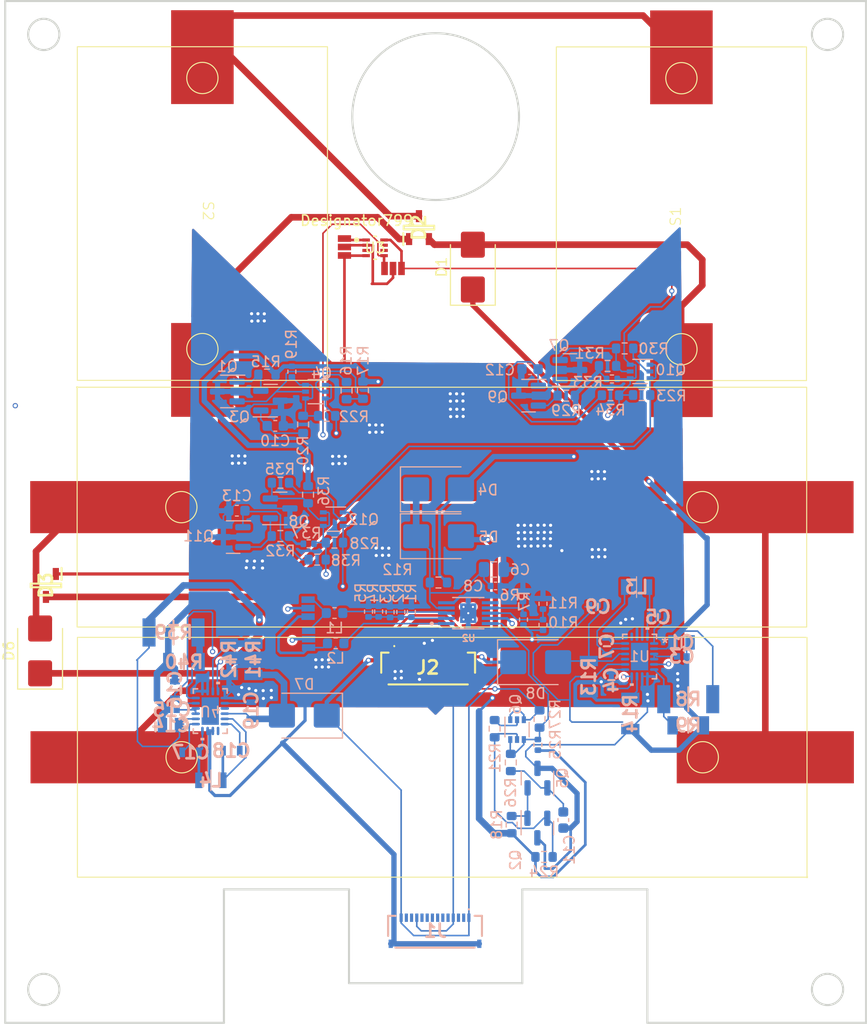
<source format=kicad_pcb>
(kicad_pcb (version 20221018) (generator pcbnew)
  (layers (0 "F.Cu" signal) (1 "In1.Cu" signal) (2 "In2.Cu" signal) (31 "B.Cu" signal) (34 "B.Paste" user) (35 "F.Paste" user) (36 "B.SilkS" user "B.Silkscreen") (37 "F.SilkS" user "F.Silkscreen") (38 "B.Mask" user) (39 "F.Mask" user) (44 "Edge.Cuts" user))
  (net 0 "")
  (net 1 "GND")
  (net 2 "Net-(Q2-G)")
  (net 3 "Net-(Q5-G)")
  (net 4 "Net-(JP1-C)")
  (net 5 "Net-(Q11-G)")
  (net 6 "Net-(D1-K)")
  (net 7 "Net-(Q1-G)")
  (net 8 "Net-(Q1-S)")
  (net 9 "SCL1_b4iso")
  (net 10 "SDA1_b4iso")
  (net 11 "Net-(Q6A-B1)")
  (net 12 "+3.3V")
  (net 13 "VBATT")
  (net 14 "VSOLAR")
  (net 15 "SDA_SUN")
  (net 16 "SCL_SUN")
  (net 17 "SCL_TORQUE")
  (net 18 "SDA_TORQUE")
  (net 19 "Net-(Q12A-B1)")
  (net 20 "Net-(U1-RUN)")
  (net 21 "Net-(U1-VCC)")
  (net 22 "Net-(U1-SW1)")
  (net 23 "Net-(U1-BST1)")
  (net 24 "Net-(D4-K)")
  (net 25 "Net-(U1-SW2)")
  (net 26 "Net-(U1-BST2)")
  (net 27 "Net-(U1-EXTVCC)")
  (net 28 "Net-(D8-A)")
  (net 29 "Net-(Q3-G)")
  (net 30 "Net-(Q9-G)")
  (net 31 "Net-(D6-K)")
  (net 32 "Net-(U4-RUN)")
  (net 33 "Net-(U4-VCC)")
  (net 34 "Net-(U4-SW1)")
  (net 35 "Net-(U4-BST1)")
  (net 36 "Net-(U4-SW2)")
  (net 37 "Net-(U4-BST2)")
  (net 38 "Net-(U4-EXTVCC)")
  (net 39 "Net-(D7-A)")
  (net 40 "/solar_panel_electronics/3224_vout")
  (net 41 "Net-(D2-K{slash}A)")
  (net 42 "/solar_panel_electronics/7023_vout")
  (net 43 "Net-(D3-K{slash}A)")
  (net 44 "/SUN_SENSOR/+3.3v")
  (net 45 "Net-(JP3-A)")
  (net 46 "Net-(JP3-B)")
  (net 47 "Net-(U2-OUT1)")
  (net 48 "Net-(U2-OUT2)")
  (net 49 "Net-(Q4A-B1)")
  (net 50 "Net-(Q7-G)")
  (net 51 "Net-(Q10B-B2)")
  (net 52 "Net-(Q10A-B1)")
  (net 53 "Net-(U2-ISENSE)")
  (net 54 "Net-(U2-A0)")
  (net 55 "/solar_panel_electronics/MPPC")
  (net 56 "Net-(U2-A1)")
  (net 57 "/solar_panel_electronics/FB")
  (net 66 "/solar_panel_electronics/MPPC1")
  (net 67 "/solar_panel_electronics/FB1")
  (net 68 "Net-(Q2-S)")
  (net 69 "Net-(Q11-S)")
  (net 70 "Net-(Q12B-B2)")
  (net 71 "coils")
  (footprint "CUSTOM_SOLAR_7023:sol_pan_SM141K10TFS_70x23" (layer "F.Cu") (at 180.92 121.55 180)
    (fp_text reference "S4" hide)
    (fp_text value "sol_pan_70x23" hide)
  )
  (footprint "SparkFun-Jumper:SMT-JUMPER_3_NO_NO-SILK" (layer "F.Cu") (at 143.12 70.2 90)
    (fp_text reference "JP2")
    (fp_text value "~")
  )
  (footprint "F3311A7H121008E200:F3311A7H121014E200" (layer "F.Cu") (at 151.15 110.63)
    (fp_text reference "J2")
    (fp_text value "F3311A7H121014E200" hide)
  )
  (footprint "OPT4001DTST:DTS0008A-MFG" (layer "F.Cu") (at 146.06 70.28)
    (fp_text reference "U3")
    (fp_text value "OPT4001DTST")
  )
  (footprint "AA_AUTO_LOADER:SOT95P237X125-3N" (layer "F.Cu") (at 114.48 102.66 -90)
    (fp_text reference "D3")
    (fp_text value "BAV99-TP" hide)
  )
  (footprint "SparkFun-Jumper:SMT-JUMPER_3_NO_NO-SILK" (layer "F.Cu") (at 147.78 72.26 180)
    (fp_text reference "JP1")
    (fp_text value "~")
  )
  (footprint "CUSTOM_SOLAR_2432:solar_panel_SM500K12TF_32x24" (layer "F.Cu") (at 163.45 83.01 90)
    (fp_text reference "S1")
    (fp_text value "sol_pan_32x24")
  )
  (footprint "Diode_SMD:D_SMB" (layer "F.Cu") (at 155.44 72.1275 90)
    (fp_text reference "D1")
    (fp_text value "B220")
  )
  (footprint "CUSTOM_SOLAR_7023:sol_pan_SM141K10TFS_70x23" (layer "F.Cu") (at 124.05 92.740001)
    (fp_text reference "S3" hide)
    (fp_text value "sol_pan_70x23" hide)
  )
  (footprint "AA_AUTO_LOADER:SOT95P237X125-3N" (layer "F.Cu") (at 150.27 68.34 90)
    (fp_text reference "D2")
    (fp_text value "BAV99-TP" hide)
  )
  (footprint "CUSTOM_SOLAR_2432:solar_panel_SM500K12TF_32x24" (layer "F.Cu") (at 141.49 50.99 -90)
    (fp_text reference "S2")
    (fp_text value "sol_pan_32x24")
  )
  (footprint "Diode_SMD:D_SMB" (layer "F.Cu") (at 113.92 108.94 90)
    (fp_text reference "D6")
    (fp_text value "B220")
  )
  (footprint "Resistor_SMD:R_0402_1005Metric" (layer "B.Cu") (at 145.43 105.17 90)
    (fp_text reference "R5")
    (fp_text value "0")
  )
  (footprint "AA_AUTO_LOADER:CAPC1608X90N" (layer "B.Cu") (at 168.3075 108.49 90)
    (fp_text reference "C7")
    (fp_text value "CGA3E2X7R1H223K080AA" hide)
  )
  (footprint "AA_AUTO_LOADER:RESC3116X65N" (layer "B.Cu") (at 132.033 109.739999 90)
    (fp_text reference "R42")
    (fp_text value "RC1206FR-072ML" hide)
  )
  (footprint "LTC3130:UDC_20_ADI" (layer "B.Cu") (at 130.243 114.709999)
    (fp_text reference "U4")
    (fp_text value "LTC3130EUDC-1-PBF")
  )
  (footprint "Resistor_SMD:R_0603_1608Metric" (layer "B.Cu") (at 168.645 84.4175)
    (fp_text reference "R34")
    (fp_text value "100K")
  )
  (footprint "Package_TO_SOT_SMD:SOT-363_SC-70-6" (layer "B.Cu") (at 171.485 82.1375 180)
    (fp_text reference "Q10")
    (fp_text value "MBT2222ADW1T1")
  )
  (footprint "Resistor_SMD:R_0603_1608Metric" (layer "B.Cu") (at 144.895 83.93625 -90)
    (fp_text reference "R17")
    (fp_text value "10K")
  )
  (footprint "Capacitor_SMD:C_0402_1005Metric" (layer "B.Cu") (at 157.6175 102.71)
    (fp_text reference "C8")
    (fp_text value "0.1uF")
  )
  (footprint "Resistor_SMD:R_0603_1608Metric" (layer "B.Cu") (at 171.635 84.3975 180)
    (fp_text reference "R23")
    (fp_text value "0")
  )
  (footprint "Package_TO_SOT_SMD:SOT-23" (layer "B.Cu") (at 164.7525 81.9975)
    (fp_text reference "Q7")
    (fp_text value "BSS138")
  )
  (footprint "Resistor_SMD:R_0603_1608Metric" (layer "B.Cu") (at 159.16 125.6 -90)
    (fp_text reference "R18")
    (fp_text value "10K")
  )
  (footprint "Diode_SMD:D_SMB" (layer "B.Cu") (at 139.2705 115.149999 180)
    (fp_text reference "D7")
    (fp_text value "B220")
  )
  (footprint "Inductor_SMD:L_0603_1608Metric" (layer "B.Cu") (at 142.28 108.21)
    (fp_text reference "L2")
    (fp_text value "TBD")
  )
  (footprint "AA_AUTO_LOADER:RESC3116X65N" (layer "B.Cu") (at 127.72 110)
    (fp_text reference "R40")
    (fp_text value "RC1206FR-072M49L" hide)
  )
  (footprint "Package_TO_SOT_SMD:SOT-23" (layer "B.Cu") (at 132.44 98.0226 180)
    (fp_text reference "Q11")
    (fp_text value "BSS138")
  )
  (footprint "Capacitor_SMD:C_0603_1608Metric" (layer "B.Cu") (at 136.485 87.35625)
    (fp_text reference "C10")
    (fp_text value "10nF")
  )
  (footprint "Capacitor_SMD:C_0603_1608Metric" (layer "B.Cu") (at 132.8 95.4926 180)
    (fp_text reference "C13")
    (fp_text value "10nF")
  )
  (footprint "AA_AUTO_LOADER:CAPC1608X90N" (layer "B.Cu") (at 134.183 114.659999 -90)
    (fp_text reference "C19")
    (fp_text value "CL10A475KQ8NNNC" hide)
  )
  (footprint "LTC3130:UDC_20_ADI" (layer "B.Cu") (at 171.4375 109.48 180)
    (fp_text reference "U1")
    (fp_text value "LTC3130EUDC-1-PBF")
  )
  (footprint "Resistor_SMD:R_0402_1005Metric" (layer "B.Cu") (at 147.5 105.22 90)
    (fp_text reference "R3")
    (fp_text value "0")
  )
  (footprint "Diode_SMD:D_SMB" (layer "B.Cu") (at 152.15 97.94)
    (fp_text reference "D5")
    (fp_text value "B220")
  )
  (footprint "Resistor_SMD:R_0402_1005Metric" (layer "B.Cu") (at 168.785 82.8575 180)
    (fp_text reference "R33")
    (fp_text value "10K")
  )
  (footprint "AA_AUTO_LOADER:LQM2HPN1R0MG0L" (layer "B.Cu") (at 171.1475 102.82)
    (fp_text reference "L3")
    (fp_text value "LQM2HPN4R7MG0L" hide)
  )
  (footprint "Resistor_SMD:R_0402_1005Metric" (layer "B.Cu") (at 161.68 117.95 -90)
    (fp_text reference "R25")
    (fp_text value "10K")
  )
  (footprint "AA_AUTO_LOADER:RESC3116X65N" (layer "B.Cu") (at 176.1075 116.08 180)
    (fp_text reference "R9")
    (fp_text value "RC1206FR-072ML" hide)
  )
  (footprint "Capacitor_SMD:C_0603_1608Metric" (layer "B.Cu") (at 164.12 125.16 -90)
    (fp_text reference "C11")
    (fp_text value "10nF")
  )
  (footprint "Resistor_SMD:R_0603_1608Metric" (layer "B.Cu") (at 168.365 81.6075)
    (fp_text reference "R31")
    (fp_text value "10K")
  )
  (footprint "Capacitor_SMD:C_0603_1608Metric" (layer "B.Cu") (at 160.925 81.9175 180)
    (fp_text reference "C12")
    (fp_text value "10nF")
  )
  (footprint "SparkFun-Jumper:SMT-JUMPER_3_NO_NO-SILK" (layer "B.Cu") (at 139.68 107.81 -90)
    (fp_text reference "JP4")
    (fp_text value "~")
  )
  (footprint "Resistor_SMD:R_0603_1608Metric" (layer "B.Cu") (at 164.395 84.4575)
    (fp_text reference "R29")
    (fp_text value "10K")
  )
  (footprint "Resistor_SMD:R_0402_1005Metric" (layer "B.Cu") (at 139.69 98.6626 180)
    (fp_text reference "R37")
    (fp_text value "10K")
  )
  (footprint "Resistor_SMD:R_0603_1608Metric" (layer "B.Cu") (at 140.5 100.1826)
    (fp_text reference "R38")
    (fp_text value "100K")
  )
  (footprint "Package_TO_SOT_SMD:SOT-23" (layer "B.Cu") (at 136.95 95.2726)
    (fp_text reference "Q8")
    (fp_text value "BSS138")
  )
  (footprint "AA_AUTO_LOADER:RESC5025X70N" (layer "B.Cu") (at 176.1075 113.57)
    (fp_text reference "R8")
    (fp_text value "CHV2010-FX-1005ELF" hide)
  )
  (footprint "AA_AUTO_LOADER:CAPC1005X55N" (layer "B.Cu") (at 175.4875 109.47 180)
    (fp_text reference "C3")
    (fp_text value "CL05A105KQ5NNNC" hide)
  )
  (footprint "AA_AUTO_LOADER:CAPC1608X90N" (layer "B.Cu") (at 128.353 118.659999 180)
    (fp_text reference "C17")
    (fp_text value "CGA3E2X7R1H223K080AA" hide)
  )
  (footprint "Resistor_SMD:R_0603_1608Metric" (layer "B.Cu") (at 162.27 128.7)
    (fp_text reference "R24")
    (fp_text value "10K")
  )
  (footprint "Resistor_SMD:R_0603_1608Metric" (layer "B.Cu") (at 170.005 79.9275 180)
    (fp_text reference "R30")
    (fp_text value "600")
  )
  (footprint "Resistor_SMD:R_0603_1608Metric" (layer "B.Cu") (at 141.415 86.39625 180)
    (fp_text reference "R22")
    (fp_text value "0")
  )
  (footprint "AA_AUTO_LOADER:CAPC1005X55N" (layer "B.Cu") (at 126.563 114.589999)
    (fp_text reference "C15")
    (fp_text value "CL05A105KQ5NNNC" hide)
  )
  (footprint "Resistor_SMD:R_0603_1608Metric" (layer "B.Cu") (at 136.98 92.8126 180)
    (fp_text reference "R35")
    (fp_text value "600")
  )
  (footprint "Resistor_SMD:R_0603_1608Metric" (layer "B.Cu") (at 136.97 97.9226)
    (fp_text reference "R32")
    (fp_text value "10K")
  )
  (footprint "Resistor_SMD:R_0402_1005Metric" (layer "B.Cu") (at 162.17 104.42 -90)
    (fp_text reference "R11")
    (fp_text value "0")
  )
  (footprint "F3311A7H121008E200:F3311A7H121014E200" (layer "B.Cu") (at 151.81 135.875 180)
    (fp_text reference "J1")
    (fp_text value "F3311A7H121014E200" hide)
  )
  (footprint "Resistor_SMD:R_0603_1608Metric" (layer "B.Cu") (at 142.16 98.5526 180)
    (fp_text reference "R28")
    (fp_text value "0")
  )
  (footprint "Resistor_SMD:R_0603_1608Metric" (layer "B.Cu") (at 135.685 82.43625)
    (fp_text reference "R15")
    (fp_text value "10K")
  )
  (footprint "Resistor_SMD:R_0402_1005Metric" (layer "B.Cu") (at 148.53 105.21 90)
    (fp_text reference "R2")
    (fp_text value "0")
  )
  (footprint "Package_TO_SOT_SMD:SOT-23" (layer "B.Cu") (at 160.785 84.4575 180)
    (fp_text reference "Q9")
    (fp_text value "BSS138")
  )
  (footprint "Package_TO_SOT_SMD:SOT-23" (layer "B.Cu") (at 161.63 125.93 -90)
    (fp_text reference "Q2")
    (fp_text value "BSS138")
  )
  (footprint "Package_TO_SOT_SMD:SOT-23" (layer "B.Cu") (at 136.035 84.93625)
    (fp_text reference "Q3")
    (fp_text value "BSS138")
  )
  (footprint "Inductor_SMD:L_0603_1608Metric" (layer "B.Cu") (at 142.17 105.31)
    (fp_text reference "L1")
    (fp_text value "TBD")
  )
  (footprint "Resistor_SMD:R_0603_1608Metric" (layer "B.Cu") (at 161.84 115.47 -90)
    (fp_text reference "R27")
    (fp_text value "0")
  )
  (footprint "AA_AUTO_LOADER:RESC3116X65N" (layer "B.Cu") (at 166.5675 111.41 90)
    (fp_text reference "R13")
    (fp_text value "RV1206JR-0722ML" hide)
  )
  (footprint "AA_AUTO_LOADER:CAPC1608X90N" (layer "B.Cu") (at 132.273 118.509999)
    (fp_text reference "C18")
    (fp_text value "CGA3E2X7R1H223K080AA" hide)
  )
  (footprint "Package_TO_SOT_SMD:SOT-23" (layer "B.Cu") (at 131.885 84.05625 180)
    (fp_text reference "Q1")
    (fp_text value "BSS138")
  )
  (footprint "Resistor_SMD:R_0402_1005Metric" (layer "B.Cu") (at 149.54 105.21 90)
    (fp_text reference "R1")
    (fp_text value "0")
  )
  (footprint "Diode_SMD:D_SMB" (layer "B.Cu") (at 152.1525 93.44)
    (fp_text reference "D4")
    (fp_text value "B220")
  )
  (footprint "Resistor_SMD:R_0603_1608Metric" (layer "B.Cu") (at 152.14 102.38 180)
    (fp_text reference "R12")
    (fp_text value "0")
  )
  (footprint "Resistor_SMD:R_0402_1005Metric" (layer "B.Cu") (at 160.24 103.68 -90)
    (fp_text reference "R6")
    (fp_text value "0")
  )
  (footprint "AA_AUTO_LOADER:CAPC2012X135N" (layer "B.Cu") (at 175.4575 108.12 180)
    (fp_text reference "C1")
    (fp_text value "CL21A476MQYNNNE" hide)
  )
  (footprint "Diode_SMD:D_SMB" (layer "B.Cu") (at 161.47 110.02)
    (fp_text reference "D8")
    (fp_text value "B220")
  )
  (footprint "SparkFun-Jumper:SMT-JUMPER_3_NO_NO-SILK" (layer "B.Cu") (at 139.63 104.84 90)
    (fp_text reference "JP3")
    (fp_text value "~")
  )
  (footprint "AA_AUTO_LOADER:RESC3116X65N" (layer "B.Cu") (at 134.383 109.739999 -90)
    (fp_text reference "R41")
    (fp_text value "RV1206JR-0722ML" hide)
  )
  (footprint "Resistor_SMD:R_0402_1005Metric" (layer "B.Cu") (at 162.17 106.45 -90)
    (fp_text reference "R10")
    (fp_text value "0")
  )
  (footprint "Resistor_SMD:R_0603_1608Metric" (layer "B.Cu") (at 157.53 116.4 90)
    (fp_text reference "R21")
    (fp_text value "600")
  )
  (footprint "Resistor_SMD:R_0402_1005Metric" (layer "B.Cu") (at 146.4 105.16 90)
    (fp_text reference "R4")
    (fp_text value "0")
  )
  (footprint "AA_AUTO_LOADER:RESC5025X70N" (layer "B.Cu") (at 126.72 107.17 180)
    (fp_text reference "R39")
    (fp_text value "CHV2010-FX-1005ELF" hide)
  )
  (footprint "Package_TO_SOT_SMD:SOT-363_SC-70-6" (layer "B.Cu") (at 159.68 116.49 -90)
    (fp_text reference "Q6")
    (fp_text value "MBT2222ADW1T1")
  )
  (footprint "AA_AUTO_LOADER:LQM2HPN1R0MG0L" (layer "B.Cu") (at 130.303 121.349999 180)
    (fp_text reference "L4")
    (fp_text value "LQM2HPN4R7MG0L" hide)
  )
  (footprint "Capacitor_SMD:C_0805_2012Metric" (layer "B.Cu") (at 157.4575 101.13)
    (fp_text reference "C6")
    (fp_text value "10uF")
  )
  (footprint "Resistor_SMD:R_0603_1608Metric" (layer "B.Cu") (at 159.08 119.64 90)
    (fp_text reference "R26")
    (fp_text value "100K")
  )
  (footprint "AA_AUTO_LOADER:CAPC1608X90N" (layer "B.Cu") (at 126.853 112.679999 -90)
    (fp_text reference "C16")
    (fp_text value "CL10A475KQ8NNNC" hide)
  )
  (footprint "Package_TO_SOT_SMD:SOT-23" (layer "B.Cu") (at 161.64 121.14 90)
    (fp_text reference "Q5")
    (fp_text value "BSS138")
  )
  (footprint "Resistor_SMD:R_0402_1005Metric" (layer "B.Cu") (at 160.3 105.94 -90)
    (fp_text reference "R7")
    (fp_text value "0")
  )
  (footprint "AA_AUTO_LOADER:CAPC2012X135N" (layer "B.Cu") (at 126.473 116.059999)
    (fp_text reference "C14")
    (fp_text value "CL21A476MQYNNNE" hide)
  )
  (footprint "Resistor_SMD:R_0603_1608Metric" (layer "B.Cu") (at 139.63 93.9526 -90)
    (fp_text reference "R36")
    (fp_text value "10K")
  )
  (footprint "AA_AUTO_LOADER:RESC3116X65N" (layer "B.Cu") (at 170.5475 114.94 90)
    (fp_text reference "R14")
    (fp_text value "RC1206FR-072ML" hide)
  )
  (footprint "AA_AUTO_LOADER:CAPC1608X90N" (layer "B.Cu") (at 168.7275 111.74 -90)
    (fp_text reference "C4")
    (fp_text value "CL10A475KQ8NNNC" hide)
  )
  (footprint "Resistor_SMD:R_0603_1608Metric" (layer "B.Cu") (at 143.325 83.97625 90)
    (fp_text reference "R16")
    (fp_text value "600")
  )
  (footprint "Resistor_SMD:R_0402_1005Metric" (layer "B.Cu") (at 138.075 82.15625 90)
    (fp_text reference "R19")
    (fp_text value "10K")
  )
  (footprint "Package_TO_SOT_SMD:SOT-363_SC-70-6" (layer "B.Cu") (at 140.335 84.07625 180)
    (fp_text reference "Q4")
    (fp_text value "MBT2222ADW1T1")
  )
  (footprint "AA_AUTO_LOADER:CAPC1608X90N" (layer "B.Cu") (at 167.4375 104.71)
    (fp_text reference "C9")
    (fp_text value "CL10A475KQ8NNNC" hide)
  )
  (footprint "DRV8830DGQ:IC_XTR111AIDGQR" (layer "B.Cu") (at 155 105.32)
    (fp_text reference "U2")
    (fp_text value "DRV8830DGQ")
  )
  (footprint "Package_TO_SOT_SMD:SOT-363_SC-70-6" (layer "B.Cu") (at 142.04 96.3026 180)
    (fp_text reference "Q12")
    (fp_text value "MBT2222ADW1T1")
  )
  (footprint "AA_AUTO_LOADER:CAPC1608X90N" (layer "B.Cu") (at 173.1975 105.7)
    (fp_text reference "C5")
    (fp_text value "CGA3E2X7R1H223K080AA" hide)
  )
  (footprint "Resistor_SMD:R_0603_1608Metric" (layer "B.Cu") (at 139.155 87.21625 90)
    (fp_text reference "R20")
    (fp_text value "100K")
  )
  (gr_line (start 131.556497 144.61) (end 131.556497 131.81) (stroke (width 0.2)) (layer "Edge.Cuts"))
  (gr_line (start 172.183494 131.81) (end 172.183494 144.61) (stroke (width 0.2)) (layer "Edge.Cuts"))
  (gr_line (start 172.183494 144.61) (end 193.17 144.61) (stroke (width 0.2)) (layer "Edge.Cuts"))
  (gr_circle (center 114.27 141.41) (end 115.77 141.41) (stroke (width 0.2)) (fill none) (layer "Edge.Cuts"))
  (gr_line (start 143.556497 131.81) (end 143.556497 140.81) (stroke (width 0.2)) (layer "Edge.Cuts"))
  (gr_line (start 131.556497 131.81) (end 143.556497 131.81) (stroke (width 0.2)) (layer "Edge.Cuts"))
  (gr_line (start 160.183494 131.81) (end 172.183494 131.81) (stroke (width 0.2)) (layer "Edge.Cuts"))
  (gr_line (start 193.17 144.61) (end 193.17 46.61) (stroke (width 0.2)) (layer "Edge.Cuts"))
  (gr_circle (center 189.47 141.41) (end 190.97 141.41) (stroke (width 0.2)) (fill none) (layer "Edge.Cuts"))
  (gr_line (start 110.57 46.61) (end 110.57 144.61) (stroke (width 0.2)) (layer "Edge.Cuts"))
  (gr_circle (center 114.27 49.81) (end 115.77 49.81) (stroke (width 0.2)) (fill none) (layer "Edge.Cuts"))
  (gr_line (start 110.57 144.61) (end 131.556497 144.61) (stroke (width 0.2)) (layer "Edge.Cuts"))
  (gr_line (start 193.17 46.61) (end 110.57 46.61) (stroke (width 0.2)) (layer "Edge.Cuts"))
  (gr_circle (center 151.87 57.693) (end 159.87 57.693) (stroke (width 0.2)) (fill none) (layer "Edge.Cuts"))
  (gr_circle (center 189.47 49.81) (end 190.97 49.81) (stroke (width 0.2)) (fill none) (layer "Edge.Cuts"))
  (gr_line (start 143.556497 140.81) (end 160.183494 140.81) (stroke (width 0.2)) (layer "Edge.Cuts"))
  (gr_line (start 160.183494 140.81) (end 160.183494 131.81) (stroke (width 0.2)) (layer "Edge.Cuts"))
  (segment (start 133.97 112.56) (end 134.17 112.76) (width 0.635) (layer "F.Cu") (net 1))
  (segment (start 143.12 71.0128) (end 143.12 87.06) (width 0.254) (layer "F.Cu") (net 1))
  (segment (start 134.59 112.76) (end 134.61 112.74) (width 0.635) (layer "F.Cu") (net 1))
  (segment (start 135.33 112.76) (end 136.07 112.76) (width 0.635) (layer "F.Cu") (net 1))
  (segment (start 131.1224 98.802401) (end 131.1224 83.6224) (width 0.3048) (layer "F.Cu") (net 1))
  (segment (start 135.32 112.75) (end 135.33 112.76) (width 0.635) (layer "F.Cu") (net 1))
  (segment (start 135.31 112.76) (end 135.32 112.75) (width 0.635) (layer "F.Cu") (net 1))
  (segment (start 136.1 112.73) (end 136.13 112.76) (width 0.635) (layer "F.Cu") (net 1))
  (segment (start 115.43 101.56) (end 128.364801 101.56) (width 0.3048) (layer "F.Cu") (net 1))
  (segment (start 121.5 118.64) (end 127.38 112.76) (width 0.635) (layer "F.Cu") (net 1))
  (segment (start 133.26 112.45) (end 133.77 112.76) (width 0.635) (layer "F.Cu") (net 1))
  (segment (start 143.137201 71.030001) (end 143.12 71.0128) (width 0.254) (layer "F.Cu") (net 1))
  (segment (start 139.48 112.76) (end 140.455 111.785) (width 0.635) (layer "F.Cu") (net 1))
  (segment (start 133.33 112.76) (end 133.26 112.45) (width 0.635) (layer "F.Cu") (net 1))
  (segment (start 145.199999 71.030001) (end 143.137201 71.030001) (width 0.254) (layer "F.Cu") (net 1))
  (segment (start 134.61 112.74) (end 134.63 112.76) (width 0.635) (layer "F.Cu") (net 1))
  (segment (start 136.13 112.76) (end 139.48 112.76) (width 0.635) (layer "F.Cu") (net 1))
  (segment (start 140.455 111.785) (end 146.9 111.785) (width 0.635) (layer "F.Cu") (net 1))
  (segment (start 131.1224 83.6224) (end 129.49 81.99) (width 0.3048) (layer "F.Cu") (net 1))
  (segment (start 140.06 90.12) (end 131.93 81.99) (width 0.254) (layer "F.Cu") (net 1))
  (segment (start 143.12 87.06) (end 140.06 90.12) (width 0.254) (layer "F.Cu") (net 1))
  (segment (start 129.49 75.88) (end 129.49 81.99) (width 0.635) (layer "F.Cu") (net 1))
  (segment (start 121.5 119.14) (end 121.5 118.64) (width 0.635) (layer "F.Cu") (net 1))
  (segment (start 127.38 112.76) (end 132.59 112.76) (width 0.635) (layer "F.Cu") (net 1))
  (segment (start 146.295 67.35) (end 138.02 67.35) (width 0.635) (layer "F.Cu") (net 1))
  (segment (start 134.63 112.76) (end 135.31 112.76) (width 0.635) (layer "F.Cu") (net 1))
  (segment (start 128.364801 101.56) (end 131.1224 98.802401) (width 0.3048) (layer "F.Cu") (net 1))
  (segment (start 131.93 81.99) (end 129.49 81.99) (width 0.254) (layer "F.Cu") (net 1))
  (segment (start 138.02 67.35) (end 129.49 75.88) (width 0.635) (layer "F.Cu") (net 1))
  (segment (start 149.32 69.44) (end 148.385 69.44) (width 0.635) (layer "F.Cu") (net 1))
  (segment (start 136.07 112.76) (end 136.1 112.73) (width 0.635) (layer "F.Cu") (net 1))
  (segment (start 133.77 112.76) (end 133.97 112.56) (width 0.635) (layer "F.Cu") (net 1))
  (segment (start 148.385 69.44) (end 146.295 67.35) (width 0.635) (layer "F.Cu") (net 1))
  (segment (start 134.17 112.76) (end 134.59 112.76) (width 0.635) (layer "F.Cu") (net 1))
  (segment (start 132.59 112.76) (end 132.96 113.13) (width 0.635) (layer "F.Cu") (net 1))
  (segment (start 132.96 113.13) (end 133.33 112.76) (width 0.635) (layer "F.Cu") (net 1))
  (via (at 145.54 87.98) (size 0.508) (drill 0.3048) (layers "F.Cu" "B.Cu") (net 1))
  (via (at 154.49 84.97) (size 0.508) (drill 0.3048) (layers "F.Cu" "B.Cu") (net 1))
  (via (at 135.43 76.61) (size 0.508) (drill 0.3048) (layers "F.Cu" "B.Cu") (net 1))
  (via (at 136.11 113.42) (size 0.508) (drill 0.3048) (layers "F.Cu" "B.Cu") (net 1))
  (via (at 146.76 99.08) (size 0.508) (drill 0.3048) (layers "F.Cu" "B.Cu") (net 1))
  (via (at 159.78 96.89) (size 0.508) (drill 0.3048) (layers "F.Cu" "B.Cu") (net 1))
  (via (at 163.98 99.32) (size 0.508) (drill 0.3048) (layers "F.Cu" "B.Cu") (net 1))
  (via (at 134.43 100.96) (size 0.508) (drill 0.3048) (layers "F.Cu" "B.Cu") (net 1))
  (via (at 162.3 97.57) (size 0.508) (drill 0.3048) (layers "F.Cu" "B.Cu") (net 1))
  (via (at 134.23 77.31) (size 0.508) (drill 0.3048) (layers "F.Cu" "B.Cu") (net 1))
  (via (at 153.31 86.47) (size 0.508) (drill 0.3048) (layers "F.Cu" "B.Cu") (net 1))
  (via (at 167.51 99.91) (size 0.508) (drill 0.3048) (layers "F.Cu" "B.Cu") (net 1))
  (via (at 161.03 98.88) (size 0.508) (drill 0.3048) (layers "F.Cu" "B.Cu") (net 1))
  (via (at 132.97 90.93) (size 0.508) (drill 0.3048) (layers "F.Cu" "B.Cu") (net 1))
  (via (at 167.47 92.43) (size 0.508) (drill 0.3048) (layers "F.Cu" "B.Cu") (net 1))
  (via (at 160.43 98.88) (size 0.508) (drill 0.3048) (layers "F.Cu" "B.Cu") (net 1))
  (via (at 166.87 92.45) (size 0.508) (drill 0.3048) (layers "F.Cu" "B.Cu") (net 1))
  (via (at 147.98 111.58) (size 0.508) (drill 0.3048) (layers "F.Cu" "B.Cu") (net 1))
  (via (at 135.26 100.99) (size 0.508) (drill 0.3048) (layers "F.Cu" "B.Cu") (net 1))
  (via (at 153.88 84.28) (size 0.508) (drill 0.3048) (layers "F.Cu" "B.Cu") (net 1))
  (via (at 168.11 99.91) (size 0.508) (drill 0.3048) (layers "F.Cu" "B.Cu") (net 1))
  (via (at 135.25 100.32) (size 0.508) (drill 0.3048) (layers "F.Cu" "B.Cu") (net 1))
  (via (at 162.9 96.89) (size 0.508) (drill 0.3048) (layers "F.Cu" "B.Cu") (net 1))
  (via (at 159.8 97.6) (size 0.508) (drill 0.3048) (layers "F.Cu" "B.Cu") (net 1))
  (via (at 175.1 111.71) (size 0.508) (drill 0.3048) (layers "F.Cu" "B.Cu") (net 1))
  (via (at 160.42 98.19) (size 0.508) (drill 0.3048) (layers "F.Cu" "B.Cu") (net 1))
  (via (at 160.39 96.89) (size 0.508) (drill 0.3048) (layers "F.Cu" "B.Cu") (net 1))
  (via (at 166.85 91.74) (size 0.508) (drill 0.3048) (layers "F.Cu" "B.Cu") (net 1))
  (via (at 140.37 109.79) (size 0.508) (drill 0.3048) (layers "F.Cu" "B.Cu") (net 1))
  (via (at 134.61 112.74) (size 0.508) (drill 0.3048) (layers "F.Cu" "B.Cu") (net 1))
  (via (at 142 90.99) (size 0.508) (drill 0.3048) (layers "F.Cu" "B.Cu") (net 1))
  (via (at 153.27 84.28) (size 0.508) (drill 0.3048) (layers "F.Cu" "B.Cu") (net 1))
  (via (at 141.98 90.28) (size 0.508) (drill 0.3048) (layers "F.Cu" "B.Cu") (net 1))
  (via (at 170.1 105.92) (size 0.508) (drill 0.3048) (layers "F.Cu" "B.Cu") (net 1))
  (via (at 133.57 90.25) (size 0.508) (drill 0.3048) (layers "F.Cu" "B.Cu") (net 1))
  (via (at 154.49 84.29) (size 0.508) (drill 0.3048) (layers "F.Cu" "B.Cu") (net 1))
  (via (at 172.19 113.11) (size 0.508) (drill 0.3048) (layers "F.Cu" "B.Cu") (net 1))
  (via (at 161.03 98.2) (size 0.508) (drill 0.3048) (layers "F.Cu" "B.Cu") (net 1))
  (via (at 169.63 106.27) (size 0.508) (drill 0.3048) (layers "F.Cu" "B.Cu") (net 1))
  (via (at 147.37 99.77) (size 0.508) (drill 0.3048) (layers "F.Cu" "B.Cu") (net 1))
  (via (at 146.74 87.28) (size 0.508) (drill 0.3048) (layers "F.Cu" "B.Cu") (net 1))
  (via (at 162.27 98.17) (size 0.508) (drill 0.3048) (layers "F.Cu" "B.Cu") (net 1))
  (via (at 141.59 110.48) (size 0.508) (drill 0.3048) (layers "F.Cu" "B.Cu") (net 1))
  (via (at 153.91 86.45) (size 0.508) (drill 0.3048) (layers "F.Cu" "B.Cu") (net 1))
  (via (at 132.37 90.95) (size 0.508) (drill 0.3048) (layers "F.Cu" "B.Cu") (net 1))
  (via (at 132.96 113.13) (size 0.508) (drill 0.3048) (layers "F.Cu" "B.Cu") (net 1))
  (via (at 167.76 111.9) (size 0.508) (drill 0.3048) (layers "F.Cu" "B.Cu") (net 1))
  (via (at 162.88 98.18) (size 0.508) (drill 0.3048) (layers "F.Cu" "B.Cu") (net 1))
  (via (at 133.77 100.32) (size 0.508) (drill 0.3048) (layers "F.Cu" "B.Cu") (net 1))
  (via (at 133.57 90.93) (size 0.508) (drill 0.3048) (layers "F.Cu" "B.Cu") (net 1))
  (via (at 133.7 100.96) (size 0.508) (drill 0.3048) (layers "F.Cu" "B.Cu") (net 1))
  (via (at 153.89 84.97) (size 0.508) (drill 0.3048) (layers "F.Cu" "B.Cu") (net 1))
  (via (at 134.82 76.6) (size 0.508) (drill 0.3048) (layers "F.Cu" "B.Cu") (net 1))
  (via (at 166.91 99.93) (size 0.508) (drill 0.3048) (layers "F.Cu" "B.Cu") (net 1))
  (via (at 134.83 77.29) (size 0.508) (drill 0.3048) (layers "F.Cu" "B.Cu") (net 1))
  (via (at 133.97 112.56) (size 0.508) (drill 0.3048) (layers "F.Cu" "B.Cu") (net 1))
  (via (at 162.28 98.86) (size 0.508) (drill 0.3048) (layers "F.Cu" "B.Cu") (net 1))
  (via (at 135.34 113.5) (size 0.508) (drill 0.3048) (layers "F.Cu" "B.Cu") (net 1))
  (via (at 140.99 110.48) (size 0.508) (drill 0.3048) (layers "F.Cu" "B.Cu") (net 1))
  (via (at 153.29 84.99) (size 0.508) (drill 0.3048) (layers "F.Cu" "B.Cu") (net 1))
  (via (at 135.32 112.75) (size 0.508) (drill 0.3048) (layers "F.Cu" "B.Cu") (net 1))
  (via (at 175.11 112.99) (size 0.508) (drill 0.3048) (layers "F.Cu" "B.Cu") (net 1))
  (via (at 167.46 91.74) (size 0.508) (drill 0.3048) (layers "F.Cu" "B.Cu") (net 1))
  (via (at 161.66 98.17) (size 0.508) (drill 0.3048) (layers "F.Cu" "B.Cu") (net 1))
  (via (at 168.11 99.23) (size 0.508) (drill 0.3048) (layers "F.Cu" "B.Cu") (net 1))
  (via (at 136.1 112.73) (size 0.508) (drill 0.3048) (layers "F.Cu" "B.Cu") (net 1))
  (via (at 161.7 97.59) (size 0.508) (drill 0.3048) (layers "F.Cu" "B.Cu") (net 1))
  (via (at 141.59 109.8) (size 0.508) (drill 0.3048) (layers "F.Cu" "B.Cu") (net 1))
  (via (at 140.39 110.5) (size 0.508) (drill 0.3048) (layers "F.Cu" "B.Cu") (net 1))
  (via (at 162.88 98.86) (size 0.508) (drill 0.3048) (layers "F.Cu" "B.Cu") (net 1))
  (via (at 175.09 111.12) (size 0.508) (drill 0.3048) (layers "F.Cu" "B.Cu") (net 1))
  (via (at 140.98 109.79) (size 0.508) (drill 0.3048) (layers "F.Cu" "B.Cu") (net 1))
  (via (at 168.07 92.43) (size 0.508) (drill 0.3048) (layers "F.Cu" "B.Cu") (net 1))
  (via (at 153.29 85.76) (size 0.508) (drill 0.3048) (layers "F.Cu" "B.Cu") (net 1))
  (via (at 134.49 100.33) (size 0.508) (drill 0.3048) (layers "F.Cu" "B.Cu") (net 1))
  (via (at 168.07 91.75) (size 0.508) (drill 0.3048) (layers "F.Cu" "B.Cu") (net 1))
  (via (at 148.57 110.9) (size 0.508) (drill 0.3048) (layers "F.Cu" "B.Cu") (net 1))
  (via (at 175.11 112.31) (size 0.508) (drill 0.3048) (layers "F.Cu" "B.Cu") (net 1))
  (via (at 160.4 97.58) (size 0.508) (drill 0.3048) (layers "F.Cu" "B.Cu") (net 1))
  (via (at 161.68 98.88) (size 0.508) (drill 0.3048) (layers "F.Cu" "B.Cu") (net 1))
  (via (at 166.89 99.22) (size 0.508) (drill 0.3048) (layers "F.Cu" "B.Cu") (net 1))
  (via (at 154.51 86.45) (size 0.508) (drill 0.3048) (layers "F.Cu" "B.Cu") (net 1))
  (via (at 170.75 105.86) (size 0.508) (drill 0.3048) (layers "F.Cu" "B.Cu") (net 1))
  (via (at 146.17 99.79) (size 0.508) (drill 0.3048) (layers "F.Cu" "B.Cu") (net 1))
  (via (at 161.68 96.88) (size 0.508) (drill 0.3048) (layers "F.Cu" "B.Cu") (net 1))
  (via (at 146.77 99.77) (size 0.508) (drill 0.3048) (layers "F.Cu" "B.Cu") (net 1))
  (via (at 162.9 97.57) (size 0.508) (drill 0.3048) (layers "F.Cu" "B.Cu") (net 1))
  (via (at 133.26 112.45) (size 0.508) (drill 0.3048) (layers "F.Cu" "B.Cu") (net 1))
  (via (at 148.58 111.53) (size 0.508) (drill 0.3048) (layers "F.Cu" "B.Cu") (net 1))
  (via (at 146.15 99.08) (size 0.508) (drill 0.3048) (layers "F.Cu" "B.Cu") (net 1))
  (via (at 145.52 87.27) (size 0.508) (drill 0.3048) (layers "F.Cu" "B.Cu") (net 1))
  (via (at 146.13 87.27) (size 0.508) (drill 0.3048) (layers "F.Cu" "B.Cu") (net 1))
  (via (at 143.2 90.29) (size 0.508) (drill 0.3048) (layers "F.Cu" "B.Cu") (net 1))
  (via (at 142.59 90.28) (size 0.508) (drill 0.3048) (layers "F.Cu" "B.Cu") (net 1))
  (via (at 134.21 76.6) (size 0.508) (drill 0.3048) (layers "F.Cu" "B.Cu") (net 1))
  (via (at 153.9 85.76) (size 0.508) (drill 0.3048) (layers "F.Cu" "B.Cu") (net 1))
  (via (at 132.35 90.24) (size 0.508) (drill 0.3048) (layers "F.Cu" "B.Cu") (net 1))
  (via (at 161 97.58) (size 0.508) (drill 0.3048) (layers "F.Cu" "B.Cu") (net 1))
  (via (at 172.24 113.73) (size 0.508) (drill 0.3048) (layers "F.Cu" "B.Cu") (net 1))
  (via (at 135.43 77.29) (size 0.508) (drill 0.3048) (layers "F.Cu" "B.Cu") (net 1))
  (via (at 162.29 96.88) (size 0.508) (drill 0.3048) (layers "F.Cu" "B.Cu") (net 1))
  (via (at 147.98 110.92) (size 0.508) (drill 0.3048) (layers "F.Cu" "B.Cu") (net 1))
  (via (at 142.6 90.97) (size 0.508) (drill 0.3048) (layers "F.Cu" "B.Cu") (net 1))
  (via (at 154.51 85.77) (size 0.508) (drill 0.3048) (layers "F.Cu" "B.Cu") (net 1))
  (via (at 146.14 87.96) (size 0.508) (drill 0.3048) (layers "F.Cu" "B.Cu") (net 1))
  (via (at 167.5 99.22) (size 0.508) (drill 0.3048) (layers "F.Cu" "B.Cu") (net 1))
  (via (at 147.37 99.09) (size 0.508) (drill 0.3048) (layers "F.Cu" "B.Cu") (net 1))
  (via (at 159.81 98.19) (size 0.508) (drill 0.3048) (layers "F.Cu" "B.Cu") (net 1))
  (via (at 132.96 90.24) (size 0.508) (drill 0.3048) (layers "F.Cu" "B.Cu") (net 1))
  (via (at 161 96.9) (size 0.508) (drill 0.3048) (layers "F.Cu" "B.Cu") (net 1))
  (via (at 143.2 90.97) (size 0.508) (drill 0.3048) (layers "F.Cu" "B.Cu") (net 1))
  (via (at 159.83 98.9) (size 0.508) (drill 0.3048) (layers "F.Cu" "B.Cu") (net 1))
  (via (at 146.74 87.96) (size 0.508) (drill 0.3048) (layers "F.Cu" "B.Cu") (net 1))
  (segment (start 153.56 134.53) (end 153.56 113.39) (width 0.1524) (layer "B.Cu") (net 1))
  (segment (start 132.025 95.4926) (end 131.5025 96.0151) (width 0.1524) (layer "B.Cu") (net 1))
  (segment (start 162.35 127.5875) (end 161.63 126.8675) (width 0.254) (layer "B.Cu") (net 1))
  (segment (start 137.26 85.22375) (end 136.9725 84.93625) (width 0.1524) (layer "B.Cu") (net 1))
  (segment (start 156.06 137.03) (end 147.87 137.03) (width 0.508) (layer "B.Cu") (net 1))
  (segment (start 125.13 111.09) (end 126.22 110) (width 0.635) (layer "B.Cu") (net 1))
  (segment (start 157.8098 103.7002) (end 158.0975 103.4125) (width 0.254) (layer "B.Cu") (net 1))
  (segment (start 171.6875 111.385) (end 172.187501 111.385) (width 0.1524) (layer "B.Cu") (net 1))
  (segment (start 133.830829 85.88) (end 134.425179 85.28565) (width 0.1524) (layer "B.Cu") (net 1))
  (segment (start 152.9 104.32) (end 153.6 104.32) (width 0.254) (layer "B.Cu") (net 1))
  (segment (start 147.87 137.03) (end 147.56 137.03) (width 0.508) (layer "B.Cu") (net 1))
  (segment (start 132.68 112.34) (end 132.68 112.419999) (width 0.1524) (layer "B.Cu") (net 1))
  (segment (start 177.6075 116.08) (end 175.2275 118.46) (width 0.508) (layer "B.Cu") (net 1))
  (segment (start 153.56 113.39) (end 155.21 111.74) (width 0.1524) (layer "B.Cu") (net 1))
  (segment (start 164.12 125.935) (end 164.825 125.935) (width 0.508) (layer "B.Cu") (net 1))
  (segment (start 128.412119 104.6593) (end 131.9993 104.6593) (width 0.635) (layer "B.Cu") (net 1))
  (segment (start 139.34 115.615105) (end 139.34 112.05) (width 0.3048) (layer "B.Cu") (net 1))
  (segment (start 132.145105 122.81) (end 137.182552 117.772552) (width 0.3048) (layer "B.Cu") (net 1))
  (segment (start 163.492079 81.9975) (end 162.6886 82.800979) (width 0.1524) (layer "B.Cu") (net 1))
  (segment (start 125.653 116.059999) (end 125.653 115.039999) (width 0.635) (layer "B.Cu") (net 1))
  (segment (start 133.987887 94.789) (end 132.7286 94.789) (width 0.1524) (layer "B.Cu") (net 1))
  (segment (start 169.0489 117.9386) (end 161.1414 117.9386) (width 0.1524) (layer "B.Cu") (net 1))
  (segment (start 160.98 103.91) (end 160.24 103.17) (width 0.1524) (layer "B.Cu") (net 1))
  (segment (start 154.2198 103.7002) (end 157.8098 103.7002) (width 0.254) (layer "B.Cu") (net 1))
  (segment (start 168.9375 110.73) (end 168.7275 110.94) (width 0.1524) (layer "B.Cu") (net 1))
  (segment (start 165.69 81.9975) (end 163.492079 81.9975) (width 0.1524) (layer "B.Cu") (net 1))
  (segment (start 160.52 119.0825) (end 161.64 120.2025) (width 0.1524) (layer "B.Cu") (net 1))
  (segment (start 134.25 106.91) (end 135.59 106.91) (width 0.635) (layer "B.Cu") (net 1))
  (segment (start 172.187501 114.799999) (end 172.187501 113.782499) (width 0.1524) (layer "B.Cu") (net 1))
  (segment (start 158.0975 103.4125) (end 158.0975 102.71) (width 0.254) (layer "B.Cu") (net 1))
  (segment (start 175.9475 114.42) (end 175.9475 109.47) (width 0.508) (layer "B.Cu") (net 1))
  (segment (start 132.423329 85.88) (end 133.830829 85.88) (width 0.1524) (layer "B.Cu") (net 1))
  (segment (start 130.2 122.32) (end 130.69 122.81) (width 0.3048) (layer "B.Cu") (net 1))
  (segment (start 126.22 110) (end 126.22 106.851418) (width 0.635) (layer "B.Cu") (net 1))
  (segment (start 175.9475 109.47) (end 175.9475 108.45) (width 0.1524) (layer "B.Cu") (net 1))
  (segment (start 162.6886 82.800979) (end 162.6886 83.8614) (width 0.1524) (layer "B.Cu") (net 1))
  (segment (start 172.187501 113.107501) (end 172.187501 111.385) (width 0.1524) (layer "B.Cu") (net 1))
  (segment (start 147.87 137.03) (end 147.87 128.46) (width 0.508) (layer "B.Cu") (net 1))
  (segment (start 137.182552 117.772552) (end 139.34 115.615105) (width 0.3048) (layer "B.Cu") (net 1))
  (segment (start 158.0975 101.44) (end 158.4075 101.13) (width 0.1524) (layer "B.Cu") (net 1))
  (segment (start 172.5675 118.46) (end 170.5475 116.44) (width 0.508) (layer "B.Cu") (net 1))
  (segment (start 164.825 125.935) (end 164.825 128.122974) (width 0.254) (layer "B.Cu") (net 1))
  (segment (start 130.2 116.614999) (end 129.993 116.614999) (width 0.3048) (layer "B.Cu") (net 1))
  (segment (start 126.853 111.879999) (end 126.853 110.633) (width 0.635) (layer "B.Cu") (net 1))
  (segment (start 136.2 107.52) (end 136.2 110.435199) (width 0.635) (layer "B.Cu") (net 1))
  (segment (start 170.5475 116.44) (end 172.187501 114.799999) (width 0.1524) (layer "B.Cu") (net 1))
  (segment (start 126.103 114.589999) (end 125.13 113.616999) (width 0.635) (layer "B.Cu") (net 1))
  (segment (start 134.471487 95.2726) (end 133.987887 94.789) (width 0.1524) (layer "B.Cu") (net 1))
  (segment (start 139.34 112.05) (end 137.725199 110.435199) (width 0.3048) (layer "B.Cu") (net 1))
  (segment (start 136.6231 85.28565) (end 136.9725 84.93625) (width 0.1524) (layer "B.Cu") (net 1))
  (segment (start 175.9475 108.45) (end 176.2775 108.12) (width 0.1524) (layer "B.Cu") (net 1))
  (segment (start 172.19 113.11) (end 172.187501 113.107501) (width 0.1524) (layer "B.Cu") (net 1))
  (segment (start 162.17 103.91) (end 160.98 103.91) (width 0.1524) (layer "B.Cu") (net 1))
  (segment (start 172.187501 113.677501) (end 172.187501 113.112499) (width 0.1524) (layer "B.Cu") (net 1))
  (segment (start 161.1414 117.9386) (end 160.52 118.56) (width 0.1524) (layer "B.Cu") (net 1))
  (segment (start 147.87 128.46) (end 137.182552 117.772552) (width 0.508) (layer "B.Cu") (net 1))
  (segment (start 153.6 104.32) (end 154.2198 103.7002) (width 0.254) (layer "B.Cu") (net 1))
  (segment (start 137.26 87.35625) (end 137.26 85.22375) (width 0.1524) (layer "B.Cu") (net 1))
  (segment (start 159.8475 82.22) (end 160.15 81.9175) (width 0.1524) (layer "B.Cu") (net 1))
  (segment (start 130.9475 84.404171) (end 132.423329 85.88) (width 0.1524) (layer "B.Cu") (net 1))
  (segment (start 162.6886 83.8614) (end 162.0925 84.4575) (width 0.1524) (layer "B.Cu") (net 1))
  (segment (start 130.69 122.81) (end 132.145105 122.81) (width 0.3048) (layer "B.Cu") (net 1))
  (segment (start 152.9 135.79) (end 150.49 135.79) (width 0.1524) (layer "B.Cu") (net 1))
  (segment (start 132.7286 94.789) (end 132.025 95.4926) (width 0.1524) (layer "B.Cu") (net 1))
  (segment (start 130.9475 84.05625) (end 130.9475 84.404171) (width 0.1524) (layer "B.Cu") (net 1))
  (segment (start 159.8475 84.4575) (end 159.8475 82.22) (width 0.1524) (layer "B.Cu") (net 1))
  (segment (start 153.56 135.13) (end 152.9 135.79) (width 0.1524) (layer "B.Cu") (net 1))
  (segment (start 165.44 122.61) (end 163.0325 120.2025) (width 0.508) (layer "B.Cu") (net 1))
  (segment (start 134.425179 85.28565) (end 136.6231 85.28565) (width 0.1524) (layer "B.Cu") (net 1))
  (segment (start 172.187501 113.782499) (end 172.24 113.73) (width 0.1524) (layer "B.Cu") (net 1))
  (segment (start 150.06 135.36) (end 150.06 134.53) (width 0.1524) (layer "B.Cu") (net 1))
  (segment (start 175.2275 118.46) (end 172.5675 118.46) (width 0.508) (layer "B.Cu") (net 1))
  (segment (start 126.853 110.633) (end 126.22 110) (width 0.635) (layer "B.Cu") (net 1))
  (segment (start 130.2 116.614999) (end 130.2 122.32) (width 0.3048) (layer "B.Cu") (net 1))
  (segment (start 125.13 113.616999) (end 125.13 111.09) (width 0.635) (layer "B.Cu") (net 1))
  (segment (start 158.0975 102.71) (end 158.0975 101.44) (width 0.1524) (layer "B.Cu") (net 1))
  (segment (start 150.49 135.79) (end 150.06 135.36) (width 0.1524) (layer "B.Cu") (net 1))
  (segment (start 164.825 125.935) (end 165.44 125.32) (width 0.508) (layer "B.Cu") (net 1))
  (segment (start 160.52 118.56) (end 160.52 119.0825) (width 0.1524) (layer "B.Cu") (net 1))
  (segment (start 132.68 112.419999) (end 131.64 113.459999) (width 0.1524) (layer "B.Cu") (net 1))
  (segment (start 131.5025 96.0151) (end 131.5025 98.0226) (width 0.1524) (layer "B.Cu") (net 1))
  (segment (start 164.825 128.122974) (end 163.127974 129.82) (width 0.254) (layer "B.Cu") (net 1))
  (segment (start 165.44 125.32) (end 165.44 122.61) (width 0.508) (layer "B.Cu") (net 1))
  (segment (start 170.5475 116.44) (end 169.0489 117.9386) (width 0.1524) (layer "B.Cu") (net 1))
  (segment (start 172.187501 113.112499) (end 172.19 113.11) (width 0.1524) (layer "B.Cu") (net 1))
  (segment (start 125.653 115.039999) (end 126.103 114.589999) (width 0.635) (layer "B.Cu") (net 1))
  (segment (start 162.35 129.82) (end 162.35 127.5875) (width 0.254) (layer "B.Cu") (net 1))
  (segment (start 126.22 106.851418) (end 128.412119 104.6593) (width 0.635) (layer "B.Cu") (net 1))
  (segment (start 130.493 116.614999) (end 130.2 116.614999) (width 0.3048) (layer "B.Cu") (net 1))
  (segment (start 132.8378 110.435199) (end 132.033 111.239999) (width 0.3048) (layer "B.Cu") (net 1))
  (segment (start 145.43 104.66) (end 149.5 104.66) (width 0.1524) (layer "B.Cu") (net 1))
  (segment (start 137.725199 110.435199) (end 132.8378 110.435199) (width 0.3048) (layer "B.Cu") (net 1))
  (segment (start 162.0925 84.4575) (end 159.8475 84.4575) (width 0.1524) (layer "B.Cu") (net 1))
  (segment (start 131.9993 104.6593) (end 134.25 106.91) (width 0.635) (layer "B.Cu") (net 1))
  (segment (start 177.6075 116.08) (end 175.9475 114.42) (width 0.508) (layer "B.Cu") (net 1))
  (segment (start 135.59 106.91) (end 136.2 107.52) (width 0.635) (layer "B.Cu") (net 1))
  (segment (start 163.0325 120.2025) (end 161.64 120.2025) (width 0.508) (layer "B.Cu") (net 1))
  (segment (start 170.0405 110.73) (end 168.9375 110.73) (width 0.1524) (layer "B.Cu") (net 1))
  (segment (start 149.5 104.66) (end 149.54 104.7) (width 0.1524) (layer "B.Cu") (net 1))
  (segment (start 137.8875 95.2726) (end 134.471487 95.2726) (width 0.1524) (layer "B.Cu") (net 1))
  (segment (start 163.127974 129.82) (end 162.35 129.82) (width 0.254) (layer "B.Cu") (net 1))
  (segment (start 153.56 134.53) (end 153.56 135.13) (width 0.1524) (layer "B.Cu") (net 1))
  (segment (start 129.492999 112.804999) (end 129.993 112.804999) (width 0.3048) (layer "B.Cu") (net 1))
  (segment (start 132.033 111.693) (end 132.68 112.34) (width 0.1524) (layer "B.Cu") (net 1))
  (segment (start 172.24 113.73) (end 172.187501 113.677501) (width 0.1524) (layer "B.Cu") (net 1))
  (segment (start 132.033 111.239999) (end 132.033 111.693) (width 0.1524) (layer "B.Cu") (net 1))
  (segment (start 160.69 124.9825) (end 160.68 124.9925) (width 0.1524) (layer "B.Cu") (net 2))
  (segment (start 160.69 122.0775) (end 160.69 124.9825) (width 0.1524) (layer "B.Cu") (net 2))
  (segment (start 159.16 124.775) (end 160.4625 124.775) (width 0.1524) (layer "B.Cu") (net 2))
  (segment (start 160.4625 124.775) (end 160.68 124.9925) (width 0.1524) (layer "B.Cu") (net 2))
  (segment (start 160.350421 120.465) (end 161.962921 122.0775) (width 0.1524) (layer "B.Cu") (net 3))
  (segment (start 164.12 124.385) (end 164.12 123.6075) (width 0.1524) (layer "B.Cu") (net 3))
  (segment (start 164.12 123.6075) (end 162.59 122.0775) (width 0.1524) (layer "B.Cu") (net 3))
  (segment (start 159.08 120.465) (end 160.350421 120.465) (width 0.1524) (layer "B.Cu") (net 3))
  (segment (start 161.962921 122.0775) (end 162.59 122.0775) (width 0.1524) (layer "B.Cu") (net 3))
  (segment (start 147.78 73.149) (end 147.199 73.73) (width 0.254) (layer "F.Cu") (net 4))
  (segment (start 145.839399 73.650601) (end 145.839399 70.0554) (width 0.254) (layer "F.Cu") (net 4))
  (segment (start 147.78 72.26) (end 147.78 73.149) (width 0.254) (layer "F.Cu") (net 4))
  (segment (start 147.199 73.73) (end 145.76 73.73) (width 0.254) (layer "F.Cu") (net 4))
  (segment (start 145.813999 70.03) (end 145.199999 70.03) (width 0.254) (layer "F.Cu") (net 4))
  (segment (start 145.199999 70.03) (end 143.29 70.03) (width 0.254) (layer "F.Cu") (net 4))
  (segment (start 143.29 70.03) (end 143.12 70.2) (width 0.254) (layer "F.Cu") (net 4))
  (segment (start 145.76 73.73) (end 145.839399 73.650601) (width 0.254) (layer "F.Cu") (net 4))
  (segment (start 145.839399 70.0554) (end 145.813999 70.03) (width 0.254) (layer "F.Cu") (net 4))
  (segment (start 133.6598 95.5774) (end 133.575 95.4926) (width 0.1524) (layer "B.Cu") (net 5))
  (segment (start 136.640221 95.5774) (end 133.6598 95.5774) (width 0.1524) (layer "B.Cu") (net 5))
  (segment (start 138.973868 100.1826) (end 136.9786 98.187332) (width 0.1524) (layer "B.Cu") (net 5))
  (segment (start 136.9786 98.187332) (end 136.9786 95.915779) (width 0.1524) (layer "B.Cu") (net 5))
  (segment (start 136.9786 95.915779) (end 136.640221 95.5774) (width 0.1524) (layer "B.Cu") (net 5))
  (segment (start 133.3775 97.0726) (end 133.3775 95.6901) (width 0.1524) (layer "B.Cu") (net 5))
  (segment (start 139.675 100.1826) (end 138.973868 100.1826) (width 0.1524) (layer "B.Cu") (net 5))
  (segment (start 133.3775 95.6901) (end 133.575 95.4926) (width 0.1524) (layer "B.Cu") (net 5))
  (segment (start 155.44 75.78) (end 172.34 92.68) (width 0.508) (layer "F.Cu") (net 6))
  (segment (start 155.44 74.2775) (end 155.44 75.78) (width 0.508) (layer "F.Cu") (net 6))
  (via (at 172.34 92.68) (size 0.508) (drill 0.3048) (layers "F.Cu" "B.Cu") (net 6))
  (segment (start 176.9975 107.04) (end 178.4575 108.5) (width 0.1524) (layer "B.Cu") (net 6))
  (segment (start 178.4575 108.5) (end 178.4575 113.57) (width 0.1524) (layer "B.Cu") (net 6))
  (segment (start 175.7175 107.04) (end 176.9975 107.04) (width 0.1524) (layer "B.Cu") (net 6))
  (segment (start 174.027501 108.729999) (end 172.8345 108.729999) (width 0.1524) (layer "B.Cu") (net 6))
  (segment (start 174.6375 108.12) (end 174.027501 108.729999) (width 0.1524) (layer "B.Cu") (net 6))
  (segment (start 177.92 98.11) (end 177.92 104.5147) (width 0.508) (layer "B.Cu") (net 6))
  (segment (start 172.34 92.68) (end 177.77 98.11) (width 0.508) (layer "B.Cu") (net 6))
  (segment (start 174.6375 107.7972) (end 174.6375 108.12) (width 0.508) (layer "B.Cu") (net 6))
  (segment (start 177.92 104.5147) (end 174.6375 107.7972) (width 0.508) (layer "B.Cu") (net 6))
  (segment (start 174.6375 108.12) (end 175.7175 107.04) (width 0.1524) (layer "B.Cu") (net 6))
  (segment (start 177.77 98.11) (end 177.92 98.11) (width 0.508) (layer "B.Cu") (net 6))
  (segment (start 134.19 83.10625) (end 132.8225 83.10625) (width 0.1524) (layer "B.Cu") (net 7))
  (segment (start 135.0975 82.67375) (end 134.86 82.43625) (width 0.1524) (layer "B.Cu") (net 7))
  (segment (start 134.86 82.43625) (end 134.19 83.10625) (width 0.1524) (layer "B.Cu") (net 7))
  (segment (start 135.0975 83.98625) (end 135.0975 82.67375) (width 0.1524) (layer "B.Cu") (net 7))
  (segment (start 141.055348 82.14485) (end 141.073948 82.12625) (width 0.1524) (layer "B.Cu") (net 8))
  (segment (start 136.48729 84.14854) (end 135.629579 85.00625) (width 0.1524) (layer "B.Cu") (net 8))
  (segment (start 139.385 84.07625) (end 136.559579 84.07625) (width 0.1524) (layer "B.Cu") (net 8))
  (segment (start 144.185 82.727318) (end 144.185 84.05125) (width 0.1524) (layer "B.Cu") (net 8))
  (segment (start 136.48729 84.14854) (end 137.5264 83.10943) (width 0.1524) (layer "B.Cu") (net 8))
  (segment (start 135.629579 85.00625) (end 132.8225 85.00625) (width 0.1524) (layer "B.Cu") (net 8))
  (segment (start 136.559579 84.07625) (end 136.48729 84.14854) (width 0.1524) (layer "B.Cu") (net 8))
  (segment (start 143.583932 82.12625) (end 144.185 82.727318) (width 0.1524) (layer "B.Cu") (net 8))
  (segment (start 144.895 84.76125) (end 143.365 84.76125) (width 0.1524) (layer "B.Cu") (net 8))
  (segment (start 137.5264 83.10943) (end 137.5264 82.380642) (width 0.1524) (layer "B.Cu") (net 8))
  (segment (start 143.365 84.76125) (end 143.325 84.80125) (width 0.1524) (layer "B.Cu") (net 8))
  (segment (start 137.762192 82.14485) (end 141.055348 82.14485) (width 0.1524) (layer "B.Cu") (net 8))
  (segment (start 137.5264 82.380642) (end 137.762192 82.14485) (width 0.1524) (layer "B.Cu") (net 8))
  (segment (start 144.185 84.05125) (end 144.895 84.76125) (width 0.1524) (layer "B.Cu") (net 8))
  (segment (start 141.073948 82.12625) (end 143.583932 82.12625) (width 0.1524) (layer "B.Cu") (net 8))
  (segment (start 150.4 109.285) (end 150.4 108.59) (width 0.1524) (layer "F.Cu") (net 9))
  (segment (start 151.9 110.13) (end 151.55 110.48) (width 0.1524) (layer "F.Cu") (net 9))
  (segment (start 150.79 110.48) (end 150.4 110.09) (width 0.1524) (layer "F.Cu") (net 9))
  (segment (start 157.56 112.58) (end 154.6426 112.58) (width 0.1524) (layer "F.Cu") (net 9))
  (segment (start 151.9 109.8374) (end 151.9 109.285) (width 0.1524) (layer "F.Cu") (net 9))
  (segment (start 151.9 109.285) (end 151.9 110.13) (width 0.1524) (layer "F.Cu") (net 9))
  (segment (start 154.6426 112.58) (end 151.9 109.8374) (width 0.1524) (layer "F.Cu") (net 9))
  (segment (start 150.4 108.59) (end 150.78 108.21) (width 0.1524) (layer "F.Cu") (net 9))
  (segment (start 150.4 110.09) (end 150.4 109.285) (width 0.1524) (layer "F.Cu") (net 9))
  (segment (start 151.55 110.48) (end 150.79 110.48) (width 0.1524) (layer "F.Cu") (net 9))
  (via blind (at 150.78 108.21) (size 0.508) (drill 0.3048) (layers "F.Cu" "In2.Cu") (net 9))
  (via (at 157.56 112.58) (size 0.508) (drill 0.3048) (layers "F.Cu" "B.Cu") (net 9))
  (via blind (at 142.33 88.06) (size 0.508) (drill 0.3048) (layers "In2.Cu" "B.Cu") (net 9))
  (segment (start 141.7624 83.42625) (end 141.8386 83.50245) (width 0.1524) (layer "B.Cu") (net 9))
  (segment (start 159.03 115.54) (end 159.03 115.0626) (width 0.1524) (layer "B.Cu") (net 9))
  (segment (start 157.57 112.59) (end 159.785 112.59) (width 0.1524) (layer "B.Cu") (net 9))
  (segment (start 142.33 86.48625) (end 142.24 86.39625) (width 0.1524) (layer "B.Cu") (net 9))
  (segment (start 159.785 112.59) (end 161.84 114.645) (width 0.1524) (layer "B.Cu") (net 9))
  (segment (start 141.7624 84.72625) (end 141.285 84.72625) (width 0.1524) (layer "B.Cu") (net 9))
  (segment (start 141.285 83.42625) (end 141.7624 83.42625) (width 0.1524) (layer "B.Cu") (net 9))
  (segment (start 160.945 115.54) (end 160.33 115.54) (width 0.1524) (layer "B.Cu") (net 9))
  (segment (start 141.285 85.44125) (end 142.24 86.39625) (width 0.1524) (layer "B.Cu") (net 9))
  (segment (start 161.84 114.645) (end 160.945 115.54) (width 0.1524) (layer "B.Cu") (net 9))
  (segment (start 160.33 115.0626) (end 160.33 115.54) (width 0.1524) (layer "B.Cu") (net 9))
  (segment (start 142.33 88.06) (end 142.33 86.48625) (width 0.1524) (layer "B.Cu") (net 9))
  (segment (start 141.8386 84.65005) (end 141.7624 84.72625) (width 0.1524) (layer "B.Cu") (net 9))
  (segment (start 159.3526 114.74) (end 160.0074 114.74) (width 0.1524) (layer "B.Cu") (net 9))
  (segment (start 157.56 112.58) (end 157.57 112.59) (width 0.1524) (layer "B.Cu") (net 9))
  (segment (start 160.0074 114.74) (end 160.33 115.0626) (width 0.1524) (layer "B.Cu") (net 9))
  (segment (start 141.285 84.72625) (end 141.285 85.44125) (width 0.1524) (layer "B.Cu") (net 9))
  (segment (start 141.8386 83.50245) (end 141.8386 84.65005) (width 0.1524) (layer "B.Cu") (net 9))
  (segment (start 159.03 115.0626) (end 159.3526 114.74) (width 0.1524) (layer "B.Cu") (net 9))
  (segment (start 151.4 109.95) (end 151.1994 110.1506) (width 0.1524) (layer "F.Cu") (net 10))
  (segment (start 150.9 110.01) (end 150.9 109.285) (width 0.1524) (layer "F.Cu") (net 10))
  (segment (start 151.1994 110.1506) (end 151.0406 110.1506) (width 0.1524) (layer "F.Cu") (net 10))
  (segment (start 151.0406 110.1506) (end 150.9 110.01) (width 0.1524) (layer "F.Cu") (net 10))
  (segment (start 151.4 109.285) (end 151.4 109.95) (width 0.1524) (layer "F.Cu") (net 10))
  (segment (start 151.4 108.09) (end 151.56 107.93) (width 0.1524) (layer "F.Cu") (net 10))
  (segment (start 151.4 109.285) (end 151.4 108.09) (width 0.1524) (layer "F.Cu") (net 10))
  (via blind (at 151.56 107.93) (size 0.508) (drill 0.3048) (layers "F.Cu" "In1.Cu") (net 10))
  (via blind (at 142.96 102.75) (size 0.508) (drill 0.3048) (layers "In1.Cu" "B.Cu") (net 10))
  (segment (start 172.9124 82.7875) (end 172.435 82.7875) (width 0.1524) (layer "B.Cu") (net 10))
  (segment (start 172.435 81.4875) (end 172.9124 81.4875) (width 0.1524) (layer "B.Cu") (net 10))
  (segment (start 142.99 95.6526) (end 143.4674 95.6526) (width 0.1524) (layer "B.Cu") (net 10))
  (segment (start 142.96 102.75) (end 142.96 98.5776) (width 0.1524) (layer "B.Cu") (net 10))
  (segment (start 172.9886 81.5637) (end 172.9886 82.7113) (width 0.1524) (layer "B.Cu") (net 10))
  (segment (start 172.46 87.77) (end 170.9 89.33) (width 0.1524) (layer "B.Cu") (net 10))
  (segment (start 143.86 96.0452) (end 143.86 96.6126) (width 0.1524) (layer "B.Cu") (net 10))
  (segment (start 172.9886 82.7113) (end 172.9124 82.7875) (width 0.1524) (layer "B.Cu") (net 10))
  (segment (start 142.96 98.5776) (end 142.985 98.5526) (width 0.1524) (layer "B.Cu") (net 10))
  (segment (start 142.99 98.5476) (end 142.99 96.9526) (width 0.1524) (layer "B.Cu") (net 10))
  (segment (start 149.3126 89.33) (end 142.99 95.6526) (width 0.1524) (layer "B.Cu") (net 10))
  (segment (start 143.52 96.9526) (end 142.99 96.9526) (width 0.1524) (layer "B.Cu") (net 10))
  (segment (start 172.9124 81.4875) (end 172.9886 81.5637) (width 0.1524) (layer "B.Cu") (net 10))
  (segment (start 172.46 84.3975) (end 172.435 84.3725) (width 0.1524) (layer "B.Cu") (net 10))
  (segment (start 143.86 96.6126) (end 143.52 96.9526) (width 0.1524) (layer "B.Cu") (net 10))
  (segment (start 142.985 98.5526) (end 142.99 98.5476) (width 0.1524) (layer "B.Cu") (net 10))
  (segment (start 170.9 89.33) (end 149.3126 89.33) (width 0.1524) (layer "B.Cu") (net 10))
  (segment (start 172.435 84.3725) (end 172.435 82.7875) (width 0.1524) (layer "B.Cu") (net 10))
  (segment (start 143.4674 95.6526) (end 143.86 96.0452) (width 0.1524) (layer "B.Cu") (net 10))
  (segment (start 172.46 84.3975) (end 172.46 87.77) (width 0.1524) (layer "B.Cu") (net 10))
  (segment (start 159.6038 116.0936) (end 158.0486 116.0936) (width 0.1524) (layer "B.Cu") (net 11))
  (segment (start 159.68 116.0174) (end 159.6038 116.0936) (width 0.1524) (layer "B.Cu") (net 11))
  (segment (start 158.0486 116.0936) (end 157.53 115.575) (width 0.1524) (layer "B.Cu") (net 11))
  (segment (start 159.68 115.54) (end 159.68 116.0174) (width 0.1524) (layer "B.Cu") (net 11))
  (segment (start 150.38 107.05) (end 151.72 107.05) (width 0.1524) (layer "F.Cu") (net 12))
  (segment (start 149.9 111.25) (end 149.9 109.285) (width 0.254) (layer "F.Cu") (net 12))
  (segment (start 150.38 107.09) (end 150.38 107.05) (width 0.1524) (layer "F.Cu") (net 12))
  (segment (start 149.9 107.57) (end 150.38 107.09) (width 0.1524) (layer "F.Cu") (net 12))
  (segment (start 151.72 107.05) (end 152.4 107.73) (width 0.1524) (layer "F.Cu") (net 12))
  (segment (start 152.4 107.73) (end 152.4 109.285) (width 0.1524) (layer "F.Cu") (net 12))
  (segment (start 149.9 109.285) (end 149.9 107.57) (width 0.1524) (layer "F.Cu") (net 12))
  (segment (start 150.32 111.67) (end 149.9 111.25) (width 0.254) (layer "F.Cu") (net 12))
  (via blind (at 139.63 91.45) (size 0.508) (drill 0.3048) (layers "F.Cu" "In2.Cu") (net 12))
  (via blind (at 150.32 111.67) (size 0.508) (drill 0.3048) (layers "F.Cu" "In2.Cu") (net 12))
  (via blind (at 146.35 83.11) (size 0.508) (drill 0.3048) (layers "In2.Cu" "B.Cu") (net 12))
  (via blind (at 165.12 90.3) (size 0.508) (drill 0.3048) (layers "In2.Cu" "B.Cu") (net 12))
  (via blind (at 139.52 96.55) (size 0.508) (drill 0.3048) (layers "In2.Cu" "B.Cu") (net 12))
  (via blind (at 161.12 107.85) (size 0.508) (drill 0.3048) (layers "In2.Cu" "B.Cu") (net 12))
  (via blind (at 165.3 85.63) (size 0.508) (drill 0.3048) (layers "In2.Cu" "B.Cu") (net 12))
  (via blind (at 157.32 113.45) (size 0.508) (drill 0.3048) (layers "In2.Cu" "B.Cu") (net 12))
  (segment (start 163.18 118.5) (end 166.23 121.55) (width 0.254) (layer "B.Cu") (net 12))
  (segment (start 137.795 97.9226) (end 138.1474 97.9226) (width 0.254) (layer "B.Cu") (net 12))
  (segment (start 157.32 113.45) (end 157.32 113.46) (width 0.254) (layer "B.Cu") (net 12))
  (segment (start 165.3 84.5375) (end 165.22 84.4575) (width 0.508) (layer "B.Cu") (net 12))
  (segment (start 146.35 83.11) (end 144.89625 83.11) (width 0.508) (layer "B.Cu") (net 12))
  (segment (start 157.32 113.46) (end 156.04 114.74) (width 0.254) (layer "B.Cu") (net 12))
  (segment (start 138.66 89.22) (end 133.9 89.22) (width 0.508) (layer "B.Cu") (net 12))
  (segment (start 139.18 98.6626) (end 138.535 98.6626) (width 0.254) (layer "B.Cu") (net 12))
  (segment (start 129.67 84.99) (end 129.67 83.16) (width 0.508) (layer "B.Cu") (net 12))
  (segment (start 156.66 125.63) (end 156.04 125.01) (width 0.635) (layer "B.Cu") (net 12))
  (segment (start 167.54 82.1225) (end 168.275 82.8575) (width 0.1524) (layer "B.Cu") (net 12))
  (segment (start 144.89625 83.11) (end 144.895 83.11125) (width 0.508) (layer "B.Cu") (net 12))
  (segment (start 167.54 82.08) (end 167.54 81.6075) (width 0.4064) (layer "B.Cu") (net 12))
  (segment (start 165.3 85.63) (end 165.3 84.5375) (width 0.508) (layer "B.Cu") (net 12))
  (segment (start 165.22 84.4575) (end 165.22 84.4) (width 0.4064) (layer "B.Cu") (net 12))
  (segment (start 161.68 118.46) (end 161.72 118.5) (width 0.254) (layer "B.Cu") (net 12))
  (segment (start 162.17 106.96) (end 160.81 106.96) (width 0.1524) (layer "B.Cu") (net 12))
  (segment (start 161.99 130.61) (end 161.445 130.065) (width 0.254) (layer "B.Cu") (net 12))
  (segment (start 161.72 118.5) (end 163.18 118.5) (width 0.254) (layer "B.Cu") (net 12))
  (segment (start 136.51 82.43625) (end 137.3 81.64625) (width 0.4064) (layer "B.Cu") (net 12))
  (segment (start 161.445 130.065) (end 161.445 128.7) (width 0.254) (layer "B.Cu") (net 12))
  (segment (start 134.72375 80.65) (end 136.51 82.43625) (width 0.508) (layer "B.Cu") (net 12))
  (segment (start 138.535 98.6626) (end 137.795 97.9226) (width 0.254) (layer "B.Cu") (net 12))
  (segment (start 137.3 81.64625) (end 138.075 81.64625) (width 0.4064) (layer "B.Cu") (net 12))
  (segment (start 157.4425 90.3) (end 165.12 90.3) (width 0.508) (layer "B.Cu") (net 12))
  (segment (start 154.3025 93.44) (end 157.4425 90.3) (width 0.508) (layer "B.Cu") (net 12))
  (segment (start 144.895 83.11125) (end 144.895 82.269284) (width 0.4064) (layer "B.Cu") (net 12))
  (segment (start 157.455 126.425) (end 156.66 125.63) (width 0.635) (layer "B.Cu") (net 12))
  (segment (start 129.67 83.16) (end 132.18 80.65) (width 0.508) (layer "B.Cu") (net 12))
  (segment (start 144.038034 81.64625) (end 138.075 81.64625) (width 0.4064) (layer "B.Cu") (net 12))
  (segment (start 161.445 128.7) (end 161.435 128.7) (width 0.254) (layer "B.Cu") (net 12))
  (segment (start 133.9 89.22) (end 129.67 84.99) (width 0.508) (layer "B.Cu") (net 12))
  (segment (start 152.24 95.5025) (end 154.3025 93.44) (width 0.254) (layer "B.Cu") (net 12))
  (segment (start 139.63 91.45) (end 139.63 90.19) (width 0.508) (layer "B.Cu") (net 12))
  (segment (start 152.965 102.38) (end 152.24 101.655) (width 0.254) (layer "B.Cu") (net 12))
  (segment (start 152.24 101.655) (end 152.24 95.5025) (width 0.254) (layer "B.Cu") (net 12))
  (segment (start 139.63 93.1276) (end 139.63 91.45) (width 0.508) (layer "B.Cu") (net 12))
  (segment (start 160.81 106.96) (end 160.3 106.45) (width 0.1524) (layer "B.Cu") (net 12))
  (segment (start 156.04 125.01) (end 156.04 114.74) (width 0.635) (layer "B.Cu") (net 12))
  (segment (start 166.23 121.55) (end 166.23 127.54) (width 0.254) (layer "B.Cu") (net 12))
  (segment (start 144.155 81.529284) (end 144.038034 81.64625) (width 0.4064) (layer "B.Cu") (net 12))
  (segment (start 163.16 130.61) (end 161.99 130.61) (width 0.254) (layer "B.Cu") (net 12))
  (segment (start 165.22 84.4) (end 167.54 82.08) (width 0.4064) (layer "B.Cu") (net 12))
  (segment (start 132.18 80.65) (end 134.72375 80.65) (width 0.508) (layer "B.Cu") (net 12))
  (segment (start 161.435 128.7) (end 159.16 126.425) (width 0.254) (layer "B.Cu") (net 12))
  (segment (start 159.16 126.425) (end 157.455 126.425) (width 0.635) (layer "B.Cu") (net 12))
  (segment (start 161.12 107.85) (end 161.12 107.27) (width 0.254) (layer "B.Cu") (net 12))
  (segment (start 144.895 82.269284) (end 144.155 81.529284) (width 0.4064) (layer "B.Cu") (net 12))
  (segment (start 167.54 81.6075) (end 167.54 82.1225) (width 0.1524) (layer "B.Cu") (net 12))
  (segment (start 161.12 107.27) (end 160.3 106.45) (width 0.254) (layer "B.Cu") (net 12))
  (segment (start 138.1474 97.9226) (end 139.52 96.55) (width 0.254) (layer "B.Cu") (net 12))
  (segment (start 166.23 127.54) (end 163.16 130.61) (width 0.254) (layer "B.Cu") (net 12))
  (segment (start 139.63 90.19) (end 138.66 89.22) (width 0.508) (layer "B.Cu") (net 12))
  (segment (start 148.9 109.285) (end 148.4 109.285) (width 0.1524) (layer "F.Cu") (net 13))
  (segment (start 153.67 107.43) (end 152.35 106.11) (width 0.635) (layer "F.Cu") (net 13))
  (segment (start 153.4 109.285) (end 153.67 109.285) (width 0.1524) (layer "F.Cu") (net 13))
  (segment (start 150.12 106.11) (end 148.5199 107.7101) (width 0.635) (layer "F.Cu") (net 13))
  (segment (start 153.67 109.285) (end 153.9 109.285) (width 0.1524) (layer "F.Cu") (net 13))
  (segment (start 154.265 110.45) (end 157.41 110.45) (width 0.508) (layer "F.Cu") (net 13))
  (segment (start 157.6 98.98) (end 156.89 98.27) (width 0.508) (layer "F.Cu") (net 13))
  (segment (start 148.5199 107.7101) (end 148.5199 109.285) (width 0.635) (layer "F.Cu") (net 13))
  (segment (start 153.67 109.855) (end 154.265 110.45) (width 0.508) (layer "F.Cu") (net 13))
  (segment (start 157.6 109) (end 157.6 98.98) (width 0.508) (layer "F.Cu") (net 13))
  (segment (start 153.67 109.285) (end 153.67 107.43) (width 0.635) (layer "F.Cu") (net 13))
  (segment (start 152.35 106.11) (end 150.12 106.11) (width 0.635) (layer "F.Cu") (net 13))
  (segment (start 157.41 110.45) (end 157.6 110.26) (width 0.508) (layer "F.Cu") (net 13))
  (segment (start 153.67 109.285) (end 153.67 109.855) (width 0.508) (layer "F.Cu") (net 13))
  (segment (start 157.6 110.26) (end 157.6 109) (width 0.508) (layer "F.Cu") (net 13))
  (via (at 156.89 98.27) (size 0.508) (drill 0.3048) (layers "F.Cu" "B.Cu") (net 13))
  (segment (start 154.63 98.27) (end 154.3 97.94) (width 0.508) (layer "B.Cu") (net 13))
  (segment (start 154.3 97.85) (end 154.42 97.73) (width 0.1524) (layer "B.Cu") (net 13))
  (segment (start 156.89 98.27) (end 154.63 98.27) (width 0.508) (layer "B.Cu") (net 13))
  (segment (start 154.3 97.94) (end 154.3 97.85) (width 0.1524) (layer "B.Cu") (net 13))
  (segment (start 149.4015 105.5385) (end 147.9 107.04) (width 0.254) (layer "F.Cu") (net 14))
  (segment (start 147.8722 109.3128) (end 147.8722 109.285) (width 0.4064) (layer "F.Cu") (net 14))
  (segment (start 152.8385 105.5385) (end 149.4015 105.5385) (width 0.254) (layer "F.Cu") (net 14))
  (segment (start 147.345 109.84) (end 147.8722 109.3128) (width 0.4064) (layer "F.Cu") (net 14))
  (segment (start 154.625 109.51) (end 154.4 109.285) (width 0.3048) (layer "F.Cu") (net 14))
  (segment (start 156.29 109.51) (end 154.625 109.51) (width 0.3048) (layer "F.Cu") (net 14))
  (segment (start 154.4 109.285) (end 154.4 107.1) (width 0.254) (layer "F.Cu") (net 14))
  (segment (start 154.4 107.1) (end 152.8385 105.5385) (width 0.254) (layer "F.Cu") (net 14))
  (segment (start 147.9 107.04) (end 147.9 109.285) (width 0.254) (layer "F.Cu") (net 14))
  (segment (start 145.42 109.84) (end 147.345 109.84) (width 0.4064) (layer "F.Cu") (net 14))
  (via (at 145.42 109.84) (size 0.508) (drill 0.3048) (layers "F.Cu" "B.Cu") (net 14))
  (via (at 156.29 109.51) (size 0.508) (drill 0.3048) (layers "F.Cu" "B.Cu") (net 14))
  (segment (start 148.56 135.0372) (end 148.56 134.53) (width 0.1524) (layer "B.Cu") (net 14))
  (segment (start 155.06 114.28) (end 155.06 134.53) (width 0.1524) (layer "B.Cu") (net 14))
  (segment (start 148.56 122.289499) (end 148.56 134.53) (width 0.1524) (layer "B.Cu") (net 14))
  (segment (start 141.4205 115.149999) (end 141.4205 113.8395) (width 0.4064) (layer "B.Cu") (net 14))
  (segment (start 156.8 110.02) (end 156.29 109.51) (width 0.3048) (layer "B.Cu") (net 14))
  (segment (start 155.06 136.24) (end 149.7628 136.24) (width 0.1524) (layer "B.Cu") (net 14))
  (segment (start 141.4205 115.149999) (end 148.56 122.289499) (width 0.1524) (layer "B.Cu") (net 14))
  (segment (start 155.06 134.53) (end 155.06 136.24) (width 0.1524) (layer "B.Cu") (net 14))
  (segment (start 141.4205 113.8395) (end 145.42 109.84) (width 0.4064) (layer "B.Cu") (net 14))
  (segment (start 159.32 110.02) (end 156.8 110.02) (width 0.3048) (layer "B.Cu") (net 14))
  (segment (start 149.7628 136.24) (end 148.56 135.0372) (width 0.1524) (layer "B.Cu") (net 14))
  (segment (start 159.32 110.02) (end 155.06 114.28) (width 0.1524) (layer "B.Cu") (net 14))
  (segment (start 174.05 72.26) (end 148.5928 72.26) (width 0.1524) (layer "F.Cu") (net 15))
  (segment (start 147.534001 69.529999) (end 146.920001 69.529999) (width 0.254) (layer "F.Cu") (net 15))
  (segment (start 174.53 74.42) (end 174.53 72.76) (width 0.1524) (layer "F.Cu") (net 15))
  (segment (start 148.5928 72.26) (end 148.5928 70.588798) (width 0.254) (layer "F.Cu") (net 15))
  (segment (start 174.54 72.75) (end 174.05 72.26) (width 0.1524) (layer "F.Cu") (net 15))
  (segment (start 174.53 72.76) (end 174.54 72.75) (width 0.1524) (layer "F.Cu") (net 15))
  (segment (start 148.5928 70.588798) (end 147.534001 69.529999) (width 0.254) (layer "F.Cu") (net 15))
  (via (at 168.39 86.34875) (size 0.508) (drill 0.3048) (layers "F.Cu" "B.Cu") (net 15))
  (via (at 174.53 74.42) (size 0.508) (drill 0.3048) (layers "F.Cu" "B.Cu") (net 15))
  (segment (start 171.0886 81.5637) (end 171.0886 82.7113) (width 0.1524) (layer "B.Cu") (net 15))
  (segment (start 170.535 81.4875) (end 171.0124 81.4875) (width 0.1524) (layer "B.Cu") (net 15))
  (segment (start 169.47 85.26875) (end 168.39 86.34875) (width 0.1524) (layer "B.Cu") (net 15))
  (segment (start 173.56 75.94) (end 174.53 74.97) (width 0.1524) (layer "B.Cu") (net 15))
  (segment (start 171.0124 82.7875) (end 170.535 82.7875) (width 0.1524) (layer "B.Cu") (net 15))
  (segment (start 174.53 74.97) (end 174.53 74.42) (width 0.1524) (layer "B.Cu") (net 15))
  (segment (start 169.295 82.8575) (end 170.465 82.8575) (width 0.1524) (layer "B.Cu") (net 15))
  (segment (start 169.47 84.4175) (end 169.47 85.26875) (width 0.1524) (layer "B.Cu") (net 15))
  (segment (start 171.0886 82.7113) (end 171.0124 82.7875) (width 0.1524) (layer "B.Cu") (net 15))
  (segment (start 169.96 80.89) (end 169.96 78.46) (width 0.1524) (layer "B.Cu") (net 15))
  (segment (start 169.96 78.46) (end 170.44 77.98) (width 0.1524) (layer "B.Cu") (net 15))
  (segment (start 170.535 83.3525) (end 169.47 84.4175) (width 0.1524) (layer "B.Cu") (net 15))
  (segment (start 171.0124 81.4875) (end 171.0886 81.5637) (width 0.1524) (layer "B.Cu") (net 15))
  (segment (start 170.44 77.98) (end 172.48 75.94) (width 0.1524) (layer "B.Cu") (net 15))
  (segment (start 169.49 84.3975) (end 169.47 84.4175) (width 0.1524) (layer "B.Cu") (net 15))
  (segment (start 170.535 81.4875) (end 170.535 81.465) (width 0.1524) (layer "B.Cu") (net 15))
  (segment (start 170.81 84.3975) (end 169.49 84.3975) (width 0.1524) (layer "B.Cu") (net 15))
  (segment (start 170.465 82.8575) (end 170.535 82.7875) (width 0.1524) (layer "B.Cu") (net 15))
  (segment (start 170.535 81.465) (end 169.96 80.89) (width 0.1524) (layer "B.Cu") (net 15))
  (segment (start 172.48 75.94) (end 173.56 75.94) (width 0.1524) (layer "B.Cu") (net 15))
  (segment (start 170.535 82.7875) (end 170.535 83.3525) (width 0.1524) (layer "B.Cu") (net 15))
  (segment (start 145.5607 68.9193) (end 146.331401 69.69) (width 0.1524) (layer "F.Cu") (net 16))
  (segment (start 145.482501 68.8411) (end 145.5607 68.9193) (width 0.1524) (layer "F.Cu") (net 16))
  (segment (start 145.5607 68.9193) (end 144.6614 68.02) (width 0.1524) (layer "F.Cu") (net 16))
  (segment (start 144.6614 68.02) (end 141.93 68.02) (width 0.1524) (layer "F.Cu") (net 16))
  (segment (start 146.331401 69.69) (end 146.331401 70.953801) (width 0.1524) (layer "F.Cu") (net 16))
  (segment (start 146.331401 70.953801) (end 146.407601 71.030001) (width 0.1524) (layer "F.Cu") (net 16))
  (segment (start 141.93 68.02) (end 141.06 68.89) (width 0.1524) (layer "F.Cu") (net 16))
  (segment (start 146.920001 72.212801) (end 146.9672 72.26) (width 0.254) (layer "F.Cu") (net 16))
  (segment (start 141.06 68.89) (end 141.06 88.21375) (width 0.1524) (layer "F.Cu") (net 16))
  (segment (start 146.407601 71.030001) (end 146.920001 71.030001) (width 0.1524) (layer "F.Cu") (net 16))
  (segment (start 146.920001 71.030001) (end 146.920001 72.212801) (width 0.254) (layer "F.Cu") (net 16))
  (via (at 141.06 88.21375) (size 0.508) (drill 0.3048) (layers "F.Cu" "B.Cu") (net 16))
  (segment (start 139.385 83.42625) (end 139.8624 83.42625) (width 0.1524) (layer "B.Cu") (net 16))
  (segment (start 140.055 84.65625) (end 139.985 84.72625) (width 0.1524) (layer "B.Cu") (net 16))
  (segment (start 141.06 86.86625) (end 141.06 88.21375) (width 0.1524) (layer "B.Cu") (net 16))
  (segment (start 139.385 84.72625) (end 139.385 86.16125) (width 0.1524) (layer "B.Cu") (net 16))
  (segment (start 139.985 84.72625) (end 139.385 84.72625) (width 0.1524) (layer "B.Cu") (net 16))
  (segment (start 139.16 86.39625) (end 139.155 86.39125) (width 0.1524) (layer "B.Cu") (net 16))
  (segment (start 139.385 86.16125) (end 139.155 86.39125) (width 0.1524) (layer "B.Cu") (net 16))
  (segment (start 138.075 82.66625) (end 138.835 83.42625) (width 0.1524) (layer "B.Cu") (net 16))
  (segment (start 140.59 86.39625) (end 139.16 86.39625) (width 0.1524) (layer "B.Cu") (net 16))
  (segment (start 140.59 86.39625) (end 141.06 86.86625) (width 0.1524) (layer "B.Cu") (net 16))
  (segment (start 139.8624 83.42625) (end 140.055 83.61885) (width 0.1524) (layer "B.Cu") (net 16))
  (segment (start 138.835 83.42625) (end 139.385 83.42625) (width 0.1524) (layer "B.Cu") (net 16))
  (segment (start 140.055 83.61885) (end 140.055 84.65625) (width 0.1524) (layer "B.Cu") (net 16))
  (segment (start 161.84 116.295) (end 161.84 117.28) (width 0.1524) (layer "B.Cu") (net 17))
  (segment (start 159.4324 118.815) (end 159.08 118.815) (width 0.1524) (layer "B.Cu") (net 17))
  (segment (start 161.84 116.295) (end 162.67 115.465) (width 0.1524) (layer "B.Cu") (net 17))
  (segment (start 162.67 113.095132) (end 160.7986 111.223732) (width 0.1524) (layer "B.Cu") (net 17))
  (segment (start 159.03 117.44) (end 159.03 118.765) (width 0.1524) (layer "B.Cu") (net 17))
  (segment (start 160.33 117.9174) (end 159.4324 118.815) (width 0.1524) (layer "B.Cu") (net 17))
  (segment (start 158.2 106.32) (end 157.1 106.32) (width 0.1524) (layer "B.Cu") (net 17))
  (segment (start 160.7986 108.9186) (end 158.2 106.32) (width 0.1524) (layer "B.Cu") (net 17))
  (segment (start 160.33 117.44) (end 161.68 117.44) (width 0.1524) (layer "B.Cu") (net 17))
  (segment (start 159.03 118.765) (end 159.08 118.815) (width 0.1524) (layer "B.Cu") (net 17))
  (segment (start 161.84 117.28) (end 161.68 117.44) (width 0.1524) (layer "B.Cu") (net 17))
  (segment (start 160.33 117.44) (end 160.33 117.9174) (width 0.1524) (layer "B.Cu") (net 17))
  (segment (start 160.7986 111.223732) (end 160.7986 108.9186) (width 0.1524) (layer "B.Cu") (net 17))
  (segment (start 162.67 115.465) (end 162.67 113.095132) (width 0.1524) (layer "B.Cu") (net 17))
  (via (at 159.21 106.31) (size 0.508) (drill 0.3048) (layers "F.Cu" "B.Cu") (net 18))
  (via (at 141.36 101.58) (size 0.508) (drill 0.3048) (layers "F.Cu" "B.Cu") (net 18))
  (segment (start 141.325 100.1826) (end 141.325 101.545) (width 0.1524) (layer "B.Cu") (net 18))
  (segment (start 141.09 95.6526) (end 141.5674 95.6526) (width 0.1524) (layer "B.Cu") (net 18))
  (segment (start 141.325 101.545) (end 141.36 101.58) (width 0.1524) (layer "B.Cu") (net 18))
  (segment (start 141.335 98.5526) (end 141.09 98.3076) (width 0.1524) (layer "B.Cu") (net 18))
  (segment (start 157.1 105.82) (end 158.72 105.82) (width 0.254) (layer "B.Cu") (net 18))
  (segment (start 141.66 95.7452) (end 141.66 96.86) (width 0.1524) (layer "B.Cu") (net 18))
  (segment (start 141.66 96.86) (end 141.5674 96.9526) (width 0.1524) (layer "B.Cu") (net 18))
  (segment (start 140.31 98.5526) (end 140.2 98.6626) (width 0.1524) (layer "B.Cu") (net 18))
  (segment (start 141.09 98.3076) (end 141.09 96.9526) (width 0.1524) (layer "B.Cu") (net 18))
  (segment (start 141.335 100.1726) (end 141.325 100.1826) (width 0.1524) (layer "B.Cu") (net 18))
  (segment (start 141.5674 95.6526) (end 141.66 95.7452) (width 0.1524) (layer "B.Cu") (net 18))
  (segment (start 141.5674 96.9526) (end 141.09 96.9526) (width 0.1524) (layer "B.Cu") (net 18))
  (segment (start 141.335 98.5526) (end 141.335 100.1726) (width 0.1524) (layer "B.Cu") (net 18))
  (segment (start 141.335 98.5526) (end 140.31 98.5526) (width 0.1524) (layer "B.Cu") (net 18))
  (segment (start 158.72 105.82) (end 159.21 106.31) (width 0.254) (layer "B.Cu") (net 18))
  (segment (start 142.99 96.3026) (end 142.6578 96.3026) (width 0.1524) (layer "B.Cu") (net 19))
  (segment (start 142.6578 96.3026) (end 142.07 95.7148) (width 0.1524) (layer "B.Cu") (net 19))
  (segment (start 142.07 95.7148) (end 142.07 94.6226) (width 0.1524) (layer "B.Cu") (net 19))
  (segment (start 141.2036 93.7562) (end 142.07 94.6226) (width 0.1524) (layer "B.Cu") (net 19))
  (segment (start 137.805 92.8126) (end 138.7486 93.7562) (width 0.1524) (layer "B.Cu") (net 19))
  (segment (start 138.7486 93.7562) (end 141.2036 93.7562) (width 0.1524) (layer "B.Cu") (net 19))
  (segment (start 172.8345 109.23) (end 172.8345 109.73) (width 0.1524) (layer "B.Cu") (net 20))
  (segment (start 173.0745 109.47) (end 172.8345 109.23) (width 0.1524) (layer "B.Cu") (net 20))
  (segment (start 175.0275 109.47) (end 173.0745 109.47) (width 0.1524) (layer "B.Cu") (net 20))
  (via (at 169.92 111.45) (size 0.508) (drill 0.3048) (layers "F.Cu" "B.Cu") (net 21))
  (via (at 174.22 110.19) (size 0.508) (drill 0.3048) (layers "F.Cu" "B.Cu") (net 21))
  (segment (start 170.2975 112.54) (end 170.687499 112.150001) (width 0.1524) (layer "B.Cu") (net 21))
  (segment (start 170.687499 111.385) (end 169.985 111.385) (width 0.1524) (layer "B.Cu") (net 21))
  (segment (start 172.8345 110.230001) (end 174.179999 110.230001) (width 0.1524) (layer "B.Cu") (net 21))
  (segment (start 174.179999 110.230001) (end 174.22 110.19) (width 0.1524) (layer "B.Cu") (net 21))
  (segment (start 169.985 111.385) (end 169.92 111.45) (width 0.1524) (layer "B.Cu") (net 21))
  (segment (start 168.7275 112.54) (end 170.2975 112.54) (width 0.1524) (layer "B.Cu") (net 21))
  (segment (start 170.687499 112.150001) (end 170.687499 111.385) (width 0.1524) (layer "B.Cu") (net 21))
  (segment (start 172.187501 105.909999) (end 172.3975 105.7) (width 0.1524) (layer "B.Cu") (net 22))
  (segment (start 172.3975 105.7) (end 172.3975 102.92) (width 0.1524) (layer "B.Cu") (net 22))
  (segment (start 172.187501 107.575) (end 172.187501 105.909999) (width 0.1524) (layer "B.Cu") (net 22))
  (segment (start 172.3975 102.92) (end 172.2975 102.82) (width 0.1524) (layer "B.Cu") (net 22))
  (segment (start 172.8345 106.863) (end 173.9975 105.7) (width 0.1524) (layer "B.Cu") (net 23))
  (segment (start 172.8345 108.23) (end 172.8345 106.863) (width 0.1524) (layer "B.Cu") (net 23))
  (segment (start 150.0025 93.44) (end 150.0025 97.9375) (width 0.635) (layer "B.Cu") (net 24))
  (segment (start 151.9476 104.82) (end 152.9 104.82) (width 0.1524) (layer "B.Cu") (net 24))
  (segment (start 150 97.94) (end 151.315 99.255) (width 0.1524) (layer "B.Cu") (net 24))
  (segment (start 151.315 104.1874) (end 151.9476 104.82) (width 0.1524) (layer "B.Cu") (net 24))
  (segment (start 154.2675 103.37) (end 151.315 103.37) (width 0.1524) (layer "B.Cu") (net 24))
  (segment (start 156.5075 102.08) (end 157.1375 102.71) (width 0.1524) (layer "B.Cu") (net 24))
  (segment (start 151.315 102.38) (end 151.315 103.37) (width 0.1524) (layer "B.Cu") (net 24))
  (segment (start 156.5075 101.13) (end 156.5075 102.08) (width 0.1524) (layer "B.Cu") (net 24))
  (segment (start 151.315 99.255) (end 151.315 102.38) (width 0.1524) (layer "B.Cu") (net 24))
  (segment (start 156.5075 101.13) (end 154.2675 103.37) (width 0.1524) (layer "B.Cu") (net 24))
  (segment (start 151.315 103.37) (end 151.315 104.1874) (width 0.1524) (layer "B.Cu") (net 24))
  (segment (start 150.0025 97.9375) (end 150 97.94) (width 0.1524) (layer "B.Cu") (net 24))
  (segment (start 167.3675 108.35) (end 167.3675 107.04) (width 0.1524) (layer "B.Cu") (net 25))
  (segment (start 169.9975 104.41) (end 169.9975 102.82) (width 0.1524) (layer "B.Cu") (net 25))
  (segment (start 168.3075 109.29) (end 167.3675 108.35) (width 0.1524) (layer "B.Cu") (net 25))
  (segment (start 167.3675 107.04) (end 169.9975 104.41) (width 0.1524) (layer "B.Cu") (net 25))
  (segment (start 170.0405 108.729999) (end 168.867501 108.729999) (width 0.1524) (layer "B.Cu") (net 25))
  (segment (start 168.867501 108.729999) (end 168.3075 109.29) (width 0.1524) (layer "B.Cu") (net 25))
  (segment (start 168.8475 108.23) (end 168.3075 107.69) (width 0.1524) (layer "B.Cu") (net 26))
  (segment (start 170.0405 108.23) (end 168.8475 108.23) (width 0.1524) (layer "B.Cu") (net 26))
  (segment (start 161.24 111.27) (end 163.61 113.64) (width 0.1524) (layer "B.Cu") (net 27))
  (segment (start 163.61 113.64) (end 164.7539 113.64) (width 0.1524) (layer "B.Cu") (net 27))
  (segment (start 165.3 111.4) (end 164.7539 111.9461) (width 0.1524) (layer "B.Cu") (net 27))
  (segment (start 170.0405 110.230001) (end 168.362299 110.230001) (width 0.1524) (layer "B.Cu") (net 27))
  (segment (start 166.6375 104.71) (end 166.6375 105.3025) (width 0.1524) (layer "B.Cu") (net 27))
  (segment (start 164.7539 115.5809) (end 164.9386 115.7656) (width 0.1524) (layer "B.Cu") (net 27))
  (segment (start 168.362299 110.230001) (end 167.1923 111.4) (width 0.1524) (layer "B.Cu") (net 27))
  (segment (start 164.7539 113.64) (end 164.7539 115.5809) (width 0.1524) (layer "B.Cu") (net 27))
  (segment (start 162.01 108.37) (end 161.24 109.14) (width 0.1524) (layer "B.Cu") (net 27))
  (segment (start 166.6375 104.71) (end 166.2151 104.71) (width 0.1524) (layer "B.Cu") (net 27))
  (segment (start 164.7539 111.9461) (end 164.7539 113.64) (width 0.1524) (layer "B.Cu") (net 27))
  (segment (start 167.1923 111.4) (end 165.3 111.4) (width 0.1524) (layer "B.Cu") (net 27))
  (segment (start 166.6375 105.3025) (end 163.57 108.37) (width 0.1524) (layer "B.Cu") (net 27))
  (segment (start 164.9386 115.7656) (end 169.8062 115.7656) (width 0.1524) (layer "B.Cu") (net 27))
  (segment (start 161.24 109.14) (end 161.24 111.27) (width 0.1524) (layer "B.Cu") (net 27))
  (segment (start 163.57 108.37) (end 162.01 108.37) (width 0.1524) (layer "B.Cu") (net 27))
  (segment (start 169.4817 109.23) (end 168.8017 109.91) (width 0.1524) (layer "B.Cu") (net 28))
  (segment (start 170.0405 109.23) (end 169.4817 109.23) (width 0.1524) (layer "B.Cu") (net 28))
  (segment (start 168.2375 104.71) (end 166.5675 106.38) (width 0.1524) (layer "B.Cu") (net 28))
  (segment (start 163.73 109.91) (end 163.62 110.02) (width 0.1524) (layer "B.Cu") (net 28))
  (segment (start 166.5675 109.91) (end 163.73 109.91) (width 0.1524) (layer "B.Cu") (net 28))
  (segment (start 166.5675 106.38) (end 166.5675 109.91) (width 0.1524) (layer "B.Cu") (net 28))
  (segment (start 168.8017 109.91) (end 166.5675 109.91) (width 0.1524) (layer "B.Cu") (net 28))
  (segment (start 139.1364 88.05985) (end 139.155 88.04125) (width 0.1524) (layer "B.Cu") (net 29))
  (segment (start 135.71 87.35625) (end 136.4136 88.05985) (width 0.1524) (layer "B.Cu") (net 29))
  (segment (start 136.4136 88.05985) (end 139.1364 88.05985) (width 0.1524) (layer "B.Cu") (net 29))
  (segment (start 135.0975 85.88625) (end 135.0975 86.74375) (width 0.1524) (layer "B.Cu") (net 29))
  (segment (start 135.0975 86.74375) (end 135.71 87.35625) (width 0.1524) (layer "B.Cu") (net 29))
  (segment (start 167.82 84.4175) (end 165.2775 86.96) (width 0.1524) (layer "B.Cu") (net 30))
  (segment (start 161.7 81.9175) (end 161.7 83.485) (width 0.1524) (layer "B.Cu") (net 30))
  (segment (start 158.8814 82.0386) (end 159.7061 81.2139) (width 0.1524) (layer "B.Cu") (net 30))
  (segment (start 165.2775 86.96) (end 161.077079 86.96) (width 0.1524) (layer "B.Cu") (net 30))
  (segment (start 160.9964 81.2139) (end 161.7 81.9175) (width 0.1524) (layer "B.Cu") (net 30))
  (segment (start 158.8814 84.764321) (end 158.8814 82.0386) (width 0.1524) (layer "B.Cu") (net 30))
  (segment (start 159.7061 81.2139) (end 160.9964 81.2139) (width 0.1524) (layer "B.Cu") (net 30))
  (segment (start 161.077079 86.96) (end 158.8814 84.764321) (width 0.1524) (layer "B.Cu") (net 30))
  (segment (start 161.7 83.485) (end 161.7225 83.5075) (width 0.1524) (layer "B.Cu") (net 30))
  (segment (start 134.96 107.38123) (end 131.25123 111.09) (width 0.635) (layer "F.Cu") (net 31))
  (segment (start 131.25123 111.09) (end 113.92 111.09) (width 0.635) (layer "F.Cu") (net 31))
  (segment (start 134.96 105.97) (end 134.96 107.38123) (width 0.635) (layer "F.Cu") (net 31))
  (via (at 134.96 105.97) (size 0.508) (drill 0.3048) (layers "F.Cu" "B.Cu") (net 31))
  (segment (start 123.74 118.1) (end 123.26 117.62) (width 0.1524) (layer "B.Cu") (net 31))
  (segment (start 124.37 107.17) (end 124.37 105.96) (width 0.635) (layer "B.Cu") (net 31))
  (segment (start 134.96 105.44) (end 134.96 105.97) (width 0.635) (layer "B.Cu") (net 31))
  (segment (start 123.26 109.88) (end 123.2 109.82) (width 0.1524) (layer "B.Cu") (net 31))
  (segment (start 132.18 102.66) (end 134.96 105.44) (width 0.635) (layer "B.Cu") (net 31))
  (segment (start 127.293 117.207) (end 126.4 118.1) (width 0.1524) (layer "B.Cu") (net 31))
  (segment (start 127.293 116.059999) (end 127.293 117.207) (width 0.1524) (layer "B.Cu") (net 31))
  (segment (start 123.26 117.62) (end 123.26 109.88) (width 0.1524) (layer "B.Cu") (net 31))
  (segment (start 127.892999 115.46) (end 127.293 116.059999) (width 0.1524) (layer "B.Cu") (net 31))
  (segment (start 127.67 102.66) (end 132.18 102.66) (width 0.635) (layer "B.Cu") (net 31))
  (segment (start 124.37 108.65) (end 124.37 107.17) (width 0.1524) (layer "B.Cu") (net 31))
  (segment (start 126.4 118.1) (end 123.74 118.1) (width 0.1524) (layer "B.Cu") (net 31))
  (segment (start 128.846 115.46) (end 127.892999 115.46) (width 0.1524) (layer "B.Cu") (net 31))
  (segment (start 123.2 109.82) (end 124.37 108.65) (width 0.1524) (layer "B.Cu") (net 31))
  (segment (start 124.37 105.96) (end 127.67 102.66) (width 0.635) (layer "B.Cu") (net 31))
  (segment (start 127.023 114.589999) (end 128.675999 114.589999) (width 0.1524) (layer "B.Cu") (net 32))
  (segment (start 128.846 114.959999) (end 128.846 114.76) (width 0.1524) (layer "B.Cu") (net 32))
  (segment (start 128.675999 114.589999) (end 128.846 114.76) (width 0.1524) (layer "B.Cu") (net 32))
  (segment (start 128.846 114.76) (end 128.846 114.459999) (width 0.1524) (layer "B.Cu") (net 32))
  (via (at 131.23 109.98) (size 0.508) (drill 0.3048) (layers "F.Cu" "B.Cu") (net 33))
  (via (at 130.47 109.01) (size 0.508) (drill 0.3048) (layers "F.Cu" "B.Cu") (net 33))
  (segment (start 128.06 107.7) (end 128.06 105.7478) (width 0.1524) (layer "B.Cu") (net 33))
  (segment (start 130.9294 112.741398) (end 130.9294 110.2806) (width 0.1524) (layer "B.Cu") (net 33))
  (segment (start 127.332999 113.959998) (end 126.853 113.479999) (width 0.1524) (layer "B.Cu") (net 33))
  (segment (start 130.993001 112.804999) (end 130.9294 112.741398) (width 0.1524) (layer "B.Cu") (net 33))
  (segment (start 128.06 105.7478) (end 128.6278 105.18) (width 0.1524) (layer "B.Cu") (net 33))
  (segment (start 126.853 113.479999) (end 126.853 113.057599) (width 0.1524) (layer "B.Cu") (net 33))
  (segment (start 128.846 113.959998) (end 127.332999 113.959998) (width 0.1524) (layer "B.Cu") (net 33))
  (segment (start 130.9294 110.2806) (end 131.23 109.98) (width 0.1524) (layer "B.Cu") (net 33))
  (segment (start 126.853 113.057599) (end 128.06 111.850599) (width 0.1524) (layer "B.Cu") (net 33))
  (segment (start 128.6278 105.18) (end 130.32 105.18) (width 0.1524) (layer "B.Cu") (net 33))
  (segment (start 130.46 105.32) (end 130.46 108.69) (width 0.1524) (layer "B.Cu") (net 33))
  (segment (start 130.32 105.18) (end 130.46 105.32) (width 0.1524) (layer "B.Cu") (net 33))
  (segment (start 128.06 111.850599) (end 128.06 107.7) (width 0.1524) (layer "B.Cu") (net 33))
  (segment (start 129.153 121.349999) (end 129.153 118.659999) (width 0.254) (layer "B.Cu") (net 34))
  (segment (start 129.492999 116.614999) (end 129.492999 118.32) (width 0.1524) (layer "B.Cu") (net 34))
  (segment (start 129.492999 118.32) (end 129.153 118.659999) (width 0.1524) (layer "B.Cu") (net 34))
  (segment (start 128.23 116.05) (end 128.23 117.982999) (width 0.1524) (layer "B.Cu") (net 35))
  (segment (start 128.320001 115.959999) (end 128.23 116.05) (width 0.1524) (layer "B.Cu") (net 35))
  (segment (start 128.23 117.982999) (end 127.553 118.659999) (width 0.1524) (layer "B.Cu") (net 35))
  (segment (start 128.846 115.959999) (end 128.320001 115.959999) (width 0.1524) (layer "B.Cu") (net 35))
  (segment (start 133.622999 119.18) (end 131.453 121.349999) (width 0.1524) (layer "B.Cu") (net 36))
  (segment (start 133.66 119.18) (end 133.622999 119.18) (width 0.1524) (layer "B.Cu") (net 36))
  (segment (start 131.64 115.46) (end 132.4 115.46) (width 0.1524) (layer "B.Cu") (net 36))
  (segment (start 131.453 118.529999) (end 131.473 118.509999) (width 0.254) (layer "B.Cu") (net 36))
  (segment (start 133.66 116.72) (end 133.66 119.18) (width 0.1524) (layer "B.Cu") (net 36))
  (segment (start 132.4 115.46) (end 133.66 116.72) (width 0.1524) (layer "B.Cu") (net 36))
  (segment (start 131.453 121.349999) (end 131.453 118.529999) (width 0.254) (layer "B.Cu") (net 36))
  (segment (start 132.259999 115.959999) (end 133.073 116.773) (width 0.1524) (layer "B.Cu") (net 37))
  (segment (start 133.073 116.773) (end 133.073 118.509999) (width 0.1524) (layer "B.Cu") (net 37))
  (segment (start 131.64 115.959999) (end 132.259999 115.959999) (width 0.1524) (layer "B.Cu") (net 37))
  (segment (start 134.083001 113.959998) (end 134.183 113.859999) (width 0.1524) (layer "B.Cu") (net 38))
  (segment (start 131.64 113.959998) (end 134.083001 113.959998) (width 0.1524) (layer "B.Cu") (net 38))
  (segment (start 136.8105 115.459999) (end 137.1205 115.149999) (width 0.635) (layer "B.Cu") (net 39))
  (segment (start 136.539999 111.239999) (end 134.383 111.239999) (width 0.635) (layer "B.Cu") (net 39))
  (segment (start 134.183 115.459999) (end 136.8105 115.459999) (width 0.635) (layer "B.Cu") (net 39))
  (segment (start 137.32 112.02) (end 136.539999 111.239999) (width 0.635) (layer "B.Cu") (net 39))
  (segment (start 133.683 114.959999) (end 134.183 115.459999) (width 0.1524) (layer "B.Cu") (net 39))
  (segment (start 131.64 114.959999) (end 133.683 114.959999) (width 0.1524) (layer "B.Cu") (net 39))
  (segment (start 137.32 114.950499) (end 137.32 112.02) (width 0.635) (layer "B.Cu") (net 39))
  (segment (start 137.1205 115.149999) (end 137.32 114.950499) (width 0.635) (layer "B.Cu") (net 39))
  (segment (start 177.45 71.41) (end 176.0175 69.9775) (width 0.635) (layer "F.Cu") (net 40))
  (segment (start 151.7575 69.9775) (end 151.22 69.44) (width 0.635) (layer "F.Cu") (net 40))
  (segment (start 175.42 81.65) (end 175.42 75.9) (width 0.635) (layer "F.Cu") (net 40))
  (segment (start 155.44 69.9775) (end 151.7575 69.9775) (width 0.635) (layer "F.Cu") (net 40))
  (segment (start 176.0175 69.9775) (end 155.44 69.9775) (width 0.635) (layer "F.Cu") (net 40))
  (segment (start 175.42 75.9) (end 177.45 73.87) (width 0.635) (layer "F.Cu") (net 40))
  (segment (start 177.45 73.87) (end 177.45 71.41) (width 0.635) (layer "F.Cu") (net 40))
  (segment (start 150.27 67.24) (end 147.5 67.24) (width 0.635) (layer "F.Cu") (net 41))
  (segment (start 175.42 51.65) (end 171.77 48) (width 0.635) (layer "F.Cu") (net 41))
  (segment (start 147.5 67.24) (end 131.39 51.13) (width 0.635) (layer "F.Cu") (net 41))
  (segment (start 171.77 48) (end 132.42 48) (width 0.635) (layer "F.Cu") (net 41))
  (segment (start 131.39 51.13) (end 129.29 51.13) (width 0.635) (layer "F.Cu") (net 41))
  (segment (start 132.42 48) (end 129.29 51.13) (width 0.635) (layer "F.Cu") (net 41))
  (segment (start 114.76 105.95) (end 113.92 106.79) (width 0.635) (layer "F.Cu") (net 42))
  (segment (start 121.47 95.150001) (end 117.769999 95.150001) (width 0.635) (layer "F.Cu") (net 42))
  (segment (start 113.53 106.4) (end 113.92 106.79) (width 0.635) (layer "F.Cu") (net 42))
  (segment (start 117.769999 95.150001) (end 113.53 99.39) (width 0.635) (layer "F.Cu") (net 42))
  (segment (start 113.53 99.39) (end 113.53 101.56) (width 0.635) (layer "F.Cu") (net 42))
  (segment (start 113.53 101.56) (end 113.53 106.4) (width 0.635) (layer "F.Cu") (net 42))
  (segment (start 135.87 103.76) (end 144.479999 95.150001) (width 0.635) (layer "F.Cu") (net 43))
  (segment (start 144.479999 95.150001) (end 183.47 95.150001) (width 0.635) (layer "F.Cu") (net 43))
  (segment (start 183.5 95.180001) (end 183.47 95.150001) (width 0.635) (layer "F.Cu") (net 43))
  (segment (start 114.48 103.76) (end 135.87 103.76) (width 0.635) (layer "F.Cu") (net 43))
  (segment (start 183.5 119.14) (end 183.5 95.180001) (width 0.635) (layer "F.Cu") (net 43))
  (segment (start 145.199999 69.529999) (end 143.262799 69.529999) (width 0.254) (layer "F.Cu") (net 44))
  (segment (start 143.262799 69.529999) (end 143.12 69.3872) (width 0.254) (layer "F.Cu") (net 44))
  (segment (start 139.63 105.6528) (end 138.7072 105.6528) (width 0.254) (layer "B.Cu") (net 45))
  (segment (start 136.8 108.92) (end 137.01 109.13) (width 0.254) (layer "B.Cu") (net 45))
  (segment (start 136.8 107.58) (end 136.8 108.92) (width 0.254) (layer "B.Cu") (net 45))
  (segment (start 136.79 107.57) (end 136.8 107.58) (width 0.254) (layer "B.Cu") (net 45))
  (segment (start 139.1728 109.13) (end 139.68 108.6228) (width 0.254) (layer "B.Cu") (net 45))
  (segment (start 138.7072 105.6528) (end 136.79 107.57) (width 0.254) (layer "B.Cu") (net 45))
  (segment (start 141.0797 108.6228) (end 139.68 108.6228) (width 0.1524) (layer "B.Cu") (net 45))
  (segment (start 137.01 109.13) (end 139.1728 109.13) (width 0.254) (layer "B.Cu") (net 45))
  (segment (start 141.4925 108.21) (end 141.0797 108.6228) (width 0.1524) (layer "B.Cu") (net 45))
  (segment (start 141.3672 105.31) (end 141.3825 105.31) (width 0.1524) (layer "B.Cu") (net 46))
  (segment (start 140.0997 104.0272) (end 141.3825 105.31) (width 0.1524) (layer "B.Cu") (net 46))
  (segment (start 139.63 104.0272) (end 140.0997 104.0272) (width 0.1524) (layer "B.Cu") (net 46))
  (segment (start 139.68 106.9972) (end 141.3672 105.31) (width 0.1524) (layer "B.Cu") (net 46))
  (segment (start 142.9575 105.31) (end 143.1089 105.1586) (width 0.1524) (layer "B.Cu") (net 47))
  (segment (start 152.7886 105.2086) (end 152.9 105.32) (width 0.1524) (layer "B.Cu") (net 47))
  (segment (start 147.0314 105.2086) (end 152.7886 105.2086) (width 0.1524) (layer "B.Cu") (net 47))
  (segment (start 143.1089 105.1586) (end 146.9814 105.1586) (width 0.1524) (layer "B.Cu") (net 47))
  (segment (start 146.9814 105.1586) (end 147.0314 105.2086) (width 0.1524) (layer "B.Cu") (net 47))
  (segment (start 143.0675 108.21) (end 144.9575 106.32) (width 0.1524) (layer "B.Cu") (net 48))
  (segment (start 144.9575 106.32) (end 152.9 106.32) (width 0.1524) (layer "B.Cu") (net 48))
  (segment (start 140.385 83.24625) (end 140.385 83.65365) (width 0.1524) (layer "B.Cu") (net 49))
  (segment (start 140.8076 84.07625) (end 141.285 84.07625) (width 0.1524) (layer "B.Cu") (net 49))
  (segment (start 142.615 82.44625) (end 141.185 82.44625) (width 0.1524) (layer "B.Cu") (net 49))
  (segment (start 141.185 82.44625) (end 140.385 83.24625) (width 0.1524) (layer "B.Cu") (net 49))
  (segment (start 140.385 83.65365) (end 140.8076 84.07625) (width 0.1524) (layer "B.Cu") (net 49))
  (segment (start 143.015 82.84625) (end 142.615 82.44625) (width 0.1524) (layer "B.Cu") (net 49))
  (segment (start 143.325 83.15125) (end 143.02 82.84625) (width 0.1524) (layer "B.Cu") (net 49))
  (segment (start 143.02 82.84625) (end 143.015 82.84625) (width 0.1524) (layer "B.Cu") (net 49))
  (segment (start 162.62 85.4075) (end 163.57 84.4575) (width 0.1524) (layer "B.Cu") (net 50))
  (segment (start 163.57 82.96) (end 163.5675 82.9575) (width 0.1524) (layer "B.Cu") (net 50))
  (segment (start 163.57 84.4575) (end 163.57 82.96) (width 0.1524) (layer "B.Cu") (net 50))
  (segment (start 161.7225 85.4075) (end 162.62 85.4075) (width 0.1524) (layer "B.Cu") (net 50))
  (segment (start 169.18 81.5975) (end 169.19 81.6075) (width 0.1524) (layer "B.Cu") (net 51))
  (segment (start 169.72 82.1375) (end 169.19 81.6075) (width 0.1524) (layer "B.Cu") (net 51))
  (segment (start 163.5675 81.0575) (end 164.6975 79.9275) (width 0.1524) (layer "B.Cu") (net 51))
  (segment (start 164.6975 79.9275) (end 169.18 79.9275) (width 0.1524) (layer "B.Cu") (net 51))
  (segment (start 169.18 79.9275) (end 169.18 81.5975) (width 0.1524) (layer "B.Cu") (net 51))
  (segment (start 170.535 82.1375) (end 169.72 82.1375) (width 0.1524) (layer "B.Cu") (net 51))
  (segment (start 170.83 80.8003) (end 170.83 79.9275) (width 0.1524) (layer "B.Cu") (net 52))
  (segment (start 172.435 82.1375) (end 172.1672 82.1375) (width 0.1524) (layer "B.Cu") (net 52))
  (segment (start 172.1672 82.1375) (end 170.83 80.8003) (width 0.1524) (layer "B.Cu") (net 52))
  (segment (start 145.43 105.68) (end 149.5 105.68) (width 0.1524) (layer "B.Cu") (net 53))
  (segment (start 149.5 105.68) (end 149.54 105.72) (width 0.1524) (layer "B.Cu") (net 53))
  (segment (start 149.54 105.72) (end 149.64 105.82) (width 0.1524) (layer "B.Cu") (net 53))
  (segment (start 149.64 105.82) (end 152.9 105.82) (width 0.1524) (layer "B.Cu") (net 53))
  (segment (start 160.3 105.43) (end 160.3 105.22) (width 0.1524) (layer "B.Cu") (net 54))
  (segment (start 157.1 104.82) (end 159.9 104.82) (width 0.1524) (layer "B.Cu") (net 54))
  (segment (start 160.16 105.08) (end 160.24 105.16) (width 0.1524) (layer "B.Cu") (net 54))
  (segment (start 159.9 104.82) (end 160.16 105.08) (width 0.1524) (layer "B.Cu") (net 54))
  (segment (start 160.24 104.19) (end 160.24 105.16) (width 0.1524) (layer "B.Cu") (net 54))
  (segment (start 160.3 105.22) (end 160.16 105.08) (width 0.1524) (layer "B.Cu") (net 54))
  (segment (start 173.7575 113.57) (end 173.7575 115.23) (width 0.1524) (layer "B.Cu") (net 55))
  (segment (start 173.7575 113.57) (end 173.7575 111.653) (width 0.1524) (layer "B.Cu") (net 55))
  (segment (start 173.7575 111.653) (end 172.8345 110.73) (width 0.1524) (layer "B.Cu") (net 55))
  (segment (start 173.7575 115.23) (end 174.6075 116.08) (width 0.1524) (layer "B.Cu") (net 55))
  (segment (start 162.17 104.93) (end 162.17 105.94) (width 0.1524) (layer "B.Cu") (net 56))
  (segment (start 162.17 105.94) (end 159.66 105.94) (width 0.1524) (layer "B.Cu") (net 56))
  (segment (start 159.04 105.32) (end 157.1 105.32) (width 0.1524) (layer "B.Cu") (net 56))
  (segment (start 159.66 105.94) (end 159.04 105.32) (width 0.1524) (layer "B.Cu") (net 56))
  (segment (start 167.3175 113.66) (end 170.3275 113.66) (width 0.3048) (layer "B.Cu") (net 57))
  (segment (start 170.3275 113.66) (end 170.5475 113.44) (width 0.1524) (layer "B.Cu") (net 57))
  (segment (start 170.5475 113.44) (end 171.1875 112.8) (width 0.1524) (layer "B.Cu") (net 57))
  (segment (start 166.5675 112.91) (end 167.3175 113.66) (width 0.3048) (layer "B.Cu") (net 57))
  (segment (start 171.1875 112.8) (end 171.1875 111.385) (width 0.1524) (layer "B.Cu") (net 57))
  (segment (start 129.22 107.32) (end 129.07 107.17) (width 0.635) (layer "B.Cu") (net 66))
  (segment (start 128.503 110.15) (end 129.07 110.15) (width 0.1524) (layer "B.Cu") (net 66))
  (segment (start 128 112.43) (end 128.503 111.927) (width 0.1524) (layer "B.Cu") (net 66))
  (segment (start 129.07 110.15) (end 129.22 110) (width 0.1524) (layer "B.Cu") (net 66))
  (segment (start 128.189999 113.459999) (end 128 113.27) (width 0.1524) (layer "B.Cu") (net 66))
  (segment (start 128.846 113.459999) (end 128.189999 113.459999) (width 0.1524) (layer "B.Cu") (net 66))
  (segment (start 129.22 110) (end 129.22 107.32) (width 0.635) (layer "B.Cu") (net 66))
  (segment (start 128.503 111.927) (end 128.503 110.15) (width 0.1524) (layer "B.Cu") (net 66))
  (segment (start 128 113.27) (end 128 112.43) (width 0.1524) (layer "B.Cu") (net 66))
  (segment (start 130.493 109.779999) (end 132.033 108.239999) (width 0.1524) (layer "B.Cu") (net 67))
  (segment (start 130.493 112.804999) (end 130.493 109.779999) (width 0.1524) (layer "B.Cu") (net 67))
  (segment (start 134.383 108.239999) (end 132.033 108.239999) (width 0.635) (layer "B.Cu") (net 67))
  (segment (start 163.095 125.5075) (end 163.095 128.7) (width 0.1524) (layer "B.Cu") (net 68))
  (segment (start 162.58 124.9925) (end 163.095 125.5075) (width 0.1524) (layer "B.Cu") (net 68))
  (segment (start 158.707468 125.4036) (end 157.53 124.226132) (width 0.1524) (layer "B.Cu") (net 68))
  (segment (start 157.8686 116.8864) (end 157.53 117.225) (width 0.1524) (layer "B.Cu") (net 68))
  (segment (start 159.785 125.9586) (end 159.23 125.4036) (width 0.1524) (layer "B.Cu") (net 68))
  (segment (start 159.68 116.9626) (end 159.6038 116.8864) (width 0.1524) (layer "B.Cu") (net 68))
  (segment (start 159.23 125.4036) (end 158.707468 125.4036) (width 0.1524) (layer "B.Cu") (net 68))
  (segment (start 162.58 124.9925) (end 162.232079 124.9925) (width 0.1524) (layer "B.Cu") (net 68))
  (segment (start 157.53 124.226132) (end 157.53 117.225) (width 0.1524) (layer "B.Cu") (net 68))
  (segment (start 162.232079 124.9925) (end 161.265979 125.9586) (width 0.1524) (layer "B.Cu") (net 68))
  (segment (start 161.265979 125.9586) (end 159.785 125.9586) (width 0.1524) (layer "B.Cu") (net 68))
  (segment (start 159.6038 116.8864) (end 157.8686 116.8864) (width 0.1524) (layer "B.Cu") (net 68))
  (segment (start 159.68 117.44) (end 159.68 116.9626) (width 0.1524) (layer "B.Cu") (net 68))
  (segment (start 136.0125 96.2226) (end 136.0125 97.7901) (width 0.1524) (layer "B.Cu") (net 69))
  (segment (start 135.095 98.9726) (end 133.3775 98.9726) (width 0.1524) (layer "B.Cu") (net 69))
  (segment (start 136.145 97.9226) (end 135.095 98.9726) (width 0.1524) (layer "B.Cu") (net 69))
  (segment (start 136.0125 97.7901) (end 136.145 97.9226) (width 0.1524) (layer "B.Cu") (net 69))
  (segment (start 139.63 94.7776) (end 139.175 94.3226) (width 0.1524) (layer "B.Cu") (net 70))
  (segment (start 139.175 94.3226) (end 136.0125 94.3226) (width 0.1524) (layer "B.Cu") (net 70))
  (segment (start 140.6126 96.3026) (end 141.09 96.3026) (width 0.1524) (layer "B.Cu") (net 70))
  (segment (start 136.155 94.1801) (end 136.0125 94.3226) (width 0.1524) (layer "B.Cu") (net 70))
  (segment (start 139.63 95.32) (end 140.6126 96.3026) (width 0.1524) (layer "B.Cu") (net 70))
  (segment (start 136.155 92.8126) (end 136.155 94.1801) (width 0.1524) (layer "B.Cu") (net 70))
  (segment (start 139.63 94.7776) (end 139.63 95.32) (width 0.1524) (layer "B.Cu") (net 70))
  (via (at 111.5374 85.4204) (size 0.508) (drill 0.3048) (layers "F.Cu" "B.Cu") (net 71))
  (via (at 138.12 107.91) (size 0.508) (drill 0.3048) (layers "F.Cu" "B.Cu") (net 71))
  (via (at 137.69 104.92) (size 0.508) (drill 0.3048) (layers "F.Cu" "B.Cu") (net 71))
  (segment (start 137.77 104.84) (end 137.69 104.92) (width 0.254) (layer "B.Cu") (net 71))
  (segment (start 139.68 107.81) (end 138.22 107.81) (width 0.254) (layer "B.Cu") (net 71))
  (segment (start 139.63 104.84) (end 137.77 104.84) (width 0.254) (layer "B.Cu") (net 71))
  (segment (start 138.22 107.81) (end 138.12 107.91) (width 0.254) (layer "B.Cu") (net 71))
  (zone (net 1) (net_name "GND") (layers "F.Cu" "In1.Cu" "In2.Cu" "B.Cu") (connect_pads (clearance 0.254)) (min_thickness 0.2032) (fill yes (thermal_gap 0.5) (thermal_bridge_width 0.5))
    (polygon (pts (xy 175.8 114.37) (xy 152.69 114.28) (xy 151.86 115.11) (xy 151.09 114.36) (xy 128.07 114.33) (xy 128.5 68.32) (xy 141.91 81.21) (xy 161.55 81.36) (xy 175.39 68.17)))
  )
)
</source>
